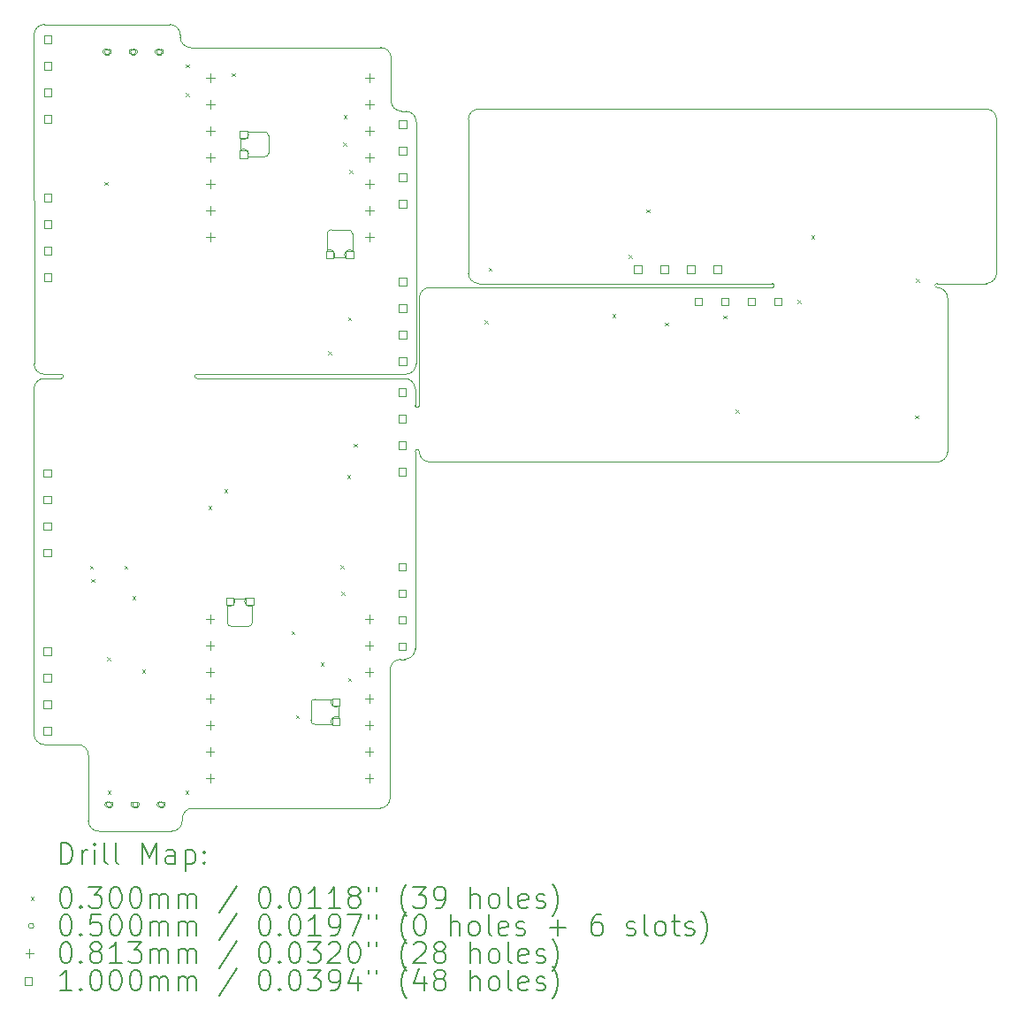
<source format=gbr>
%TF.GenerationSoftware,KiCad,Pcbnew,9.0.0*%
%TF.CreationDate,2025-04-19T14:36:41+09:00*%
%TF.ProjectId,nofy_V2_E,6e6f6679-5f56-4325-9f45-2e6b69636164,rev?*%
%TF.SameCoordinates,Original*%
%TF.FileFunction,Drillmap*%
%TF.FilePolarity,Positive*%
%FSLAX45Y45*%
G04 Gerber Fmt 4.5, Leading zero omitted, Abs format (unit mm)*
G04 Created by KiCad (PCBNEW 9.0.0) date 2025-04-19 14:36:41*
%MOMM*%
%LPD*%
G01*
G04 APERTURE LIST*
%ADD10C,0.050000*%
%ADD11C,0.120000*%
%ADD12C,0.200000*%
%ADD13C,0.100000*%
G04 APERTURE END LIST*
D10*
X1959550Y-1830300D02*
X3159550Y-1830300D01*
X1959908Y-5180300D02*
X2119550Y-5180300D01*
X5509550Y-5920300D02*
G75*
G02*
X5549550Y-5920300I20000J0D01*
G01*
X5549550Y-5480300D02*
X5549550Y-4450300D01*
X3419550Y-5220300D02*
X5409550Y-5220300D01*
X6019550Y-2740300D02*
G75*
G02*
X6119550Y-2640300I100000J0D01*
G01*
X1859550Y-1930300D02*
G75*
G02*
X1959550Y-1830300I100000J0D01*
G01*
X8929550Y-4310300D02*
G75*
G02*
X8929550Y-4350300I0J-20000D01*
G01*
X3279550Y-9455300D02*
G75*
G02*
X3179550Y-9555300I-100000J0D01*
G01*
X3419550Y-5220300D02*
G75*
G02*
X3419550Y-5180300I0J20000D01*
G01*
X5649550Y-4350300D02*
X8929550Y-4350300D01*
X10609550Y-5920300D02*
X10609550Y-4450300D01*
X6119550Y-4310300D02*
X8929550Y-4310300D01*
X1959550Y-5220300D02*
X2119550Y-5220300D01*
X5279905Y-2151721D02*
X5279905Y-2561011D01*
X2379550Y-9455300D02*
X2379550Y-8825300D01*
X6019550Y-2740300D02*
X6019550Y-4210300D01*
X1859550Y-5320300D02*
G75*
G02*
X1959550Y-5220300I100000J0D01*
G01*
X10979550Y-2640300D02*
G75*
G02*
X11079550Y-2740300I0J-100000D01*
G01*
X11079550Y-4210300D02*
G75*
G02*
X10979550Y-4310300I-100000J0D01*
G01*
X10509550Y-6020300D02*
X5649550Y-6020300D01*
X10509550Y-4310300D02*
X10979550Y-4310300D01*
X5379905Y-2661011D02*
X5419905Y-2661011D01*
X5549550Y-5480300D02*
G75*
G02*
X5509550Y-5480300I-20000J0D01*
G01*
X5510410Y-7808710D02*
G75*
G02*
X5410410Y-7908710I-100000J0D01*
G01*
X6119550Y-2640300D02*
X10979550Y-2640301D01*
X5419905Y-2661011D02*
G75*
G02*
X5519909Y-2761011I5J-99999D01*
G01*
X6119550Y-4310300D02*
G75*
G02*
X6019550Y-4210300I0J100000D01*
G01*
X5509550Y-5320300D02*
X5509550Y-5480300D01*
X5519195Y-5080300D02*
G75*
G02*
X5419195Y-5180305I-100005J0D01*
G01*
X3279550Y-9455300D02*
X3279550Y-9435300D01*
X3159550Y-1830300D02*
G75*
G02*
X3259550Y-1930300I0J-100000D01*
G01*
X5179905Y-2051721D02*
G75*
G02*
X5279909Y-2151721I5J-99999D01*
G01*
X5370410Y-7908710D02*
X5410410Y-7908710D01*
X3179550Y-9555300D02*
X2479550Y-9555300D01*
X5409550Y-5220300D02*
G75*
G02*
X5509550Y-5320300I0J-100000D01*
G01*
X5519905Y-2761011D02*
X5519195Y-5080300D01*
X5509550Y-5920300D02*
X5510410Y-7808710D01*
X3359550Y-2051011D02*
X5180260Y-2051011D01*
X5270410Y-9235300D02*
G75*
G02*
X5170410Y-9335300I-100000J0D01*
G01*
X1859910Y-5080300D02*
X1859550Y-1930300D01*
X2279550Y-8725300D02*
G75*
G02*
X2379550Y-8825300I0J-100000D01*
G01*
X10509550Y-4350300D02*
G75*
G02*
X10509550Y-4310300I10J20000D01*
G01*
X1859550Y-8625300D02*
X1859550Y-5320300D01*
X2119550Y-5180300D02*
G75*
G02*
X2119550Y-5220300I0J-20000D01*
G01*
X5270410Y-8008710D02*
G75*
G02*
X5370410Y-7908710I100000J0D01*
G01*
X5549550Y-4450300D02*
G75*
G02*
X5649550Y-4350300I100000J0D01*
G01*
X11079550Y-2740300D02*
X11079550Y-4210300D01*
X5379905Y-2661011D02*
G75*
G02*
X5279909Y-2561011I5J100001D01*
G01*
X3359550Y-2051011D02*
G75*
G02*
X3259549Y-1951011I0J100001D01*
G01*
X3379550Y-9335300D02*
X5170410Y-9335300D01*
X3279550Y-9435300D02*
G75*
G02*
X3379550Y-9335300I100000J0D01*
G01*
X10509550Y-4350300D02*
G75*
G02*
X10609550Y-4450300I0J-100000D01*
G01*
X5419195Y-5180300D02*
X3419550Y-5180300D01*
X10609550Y-5920300D02*
G75*
G02*
X10509550Y-6020300I-100000J0D01*
G01*
X3259550Y-1951011D02*
X3259550Y-1930300D01*
X2479550Y-9555300D02*
G75*
G02*
X2379550Y-9455300I0J100000D01*
G01*
X1959550Y-8725300D02*
G75*
G02*
X1859550Y-8625300I0J100000D01*
G01*
X5270410Y-8008710D02*
X5270410Y-9235300D01*
X2279550Y-8725300D02*
X1959550Y-8725300D01*
X1959905Y-5180300D02*
G75*
G02*
X1859910Y-5080300I5J100000D01*
G01*
X5649550Y-6020300D02*
G75*
G02*
X5549550Y-5920300I0J100000D01*
G01*
D11*
X3839135Y-3030355D02*
X3839135Y-2926215D01*
X3907715Y-2857635D02*
X4067735Y-2857635D01*
X4067735Y-3098935D02*
X3907715Y-3098935D01*
X4105835Y-2895735D02*
X4105835Y-3060835D01*
X4667135Y-3994605D02*
X4667135Y-3834585D01*
X4705235Y-3796485D02*
X4870335Y-3796485D01*
X4839855Y-4063185D02*
X4735715Y-4063185D01*
X4908435Y-3834585D02*
X4908435Y-3994605D01*
X3839135Y-3030355D02*
G75*
G02*
X3907715Y-3098935I24775J-43805D01*
G01*
X3907715Y-2857635D02*
G75*
G02*
X3839135Y-2926215I-43805J-24775D01*
G01*
X4067735Y-2857635D02*
G75*
G02*
X4105835Y-2895735I1J-38099D01*
G01*
X4105835Y-3060835D02*
G75*
G02*
X4067735Y-3098935I-38100J0D01*
G01*
X4667135Y-3834585D02*
G75*
G02*
X4705235Y-3796486I38099J0D01*
G01*
X4667135Y-3994605D02*
G75*
G02*
X4735715Y-4063185I24775J-43805D01*
G01*
X4839855Y-4063185D02*
G75*
G02*
X4908435Y-3994605I43805J24775D01*
G01*
X4870335Y-3796485D02*
G75*
G02*
X4908435Y-3834585I0J-38100D01*
G01*
X3709525Y-7555625D02*
X3709525Y-7395605D01*
X3778105Y-7327025D02*
X3882245Y-7327025D01*
X3912725Y-7593725D02*
X3747625Y-7593725D01*
X3950825Y-7395605D02*
X3950825Y-7555625D01*
X4512125Y-8494475D02*
X4512125Y-8329375D01*
X4550225Y-8291275D02*
X4710245Y-8291275D01*
X4710245Y-8532575D02*
X4550225Y-8532575D01*
X4778825Y-8359855D02*
X4778825Y-8463995D01*
X3747625Y-7593725D02*
G75*
G02*
X3709525Y-7555625I0J38100D01*
G01*
X3778105Y-7327025D02*
G75*
G02*
X3709525Y-7395605I-43805J-24775D01*
G01*
X3950825Y-7395605D02*
G75*
G02*
X3882245Y-7327025I-24775J43805D01*
G01*
X3950825Y-7555625D02*
G75*
G02*
X3912725Y-7593724I-38099J0D01*
G01*
X4512125Y-8329375D02*
G75*
G02*
X4550225Y-8291275I38100J0D01*
G01*
X4550225Y-8532575D02*
G75*
G02*
X4512125Y-8494475I-1J38099D01*
G01*
X4710245Y-8532575D02*
G75*
G02*
X4778825Y-8463995I43805J24775D01*
G01*
X4778825Y-8359855D02*
G75*
G02*
X4710245Y-8291275I-24775J43805D01*
G01*
D12*
D13*
X2394550Y-7011870D02*
X2424550Y-7041870D01*
X2424550Y-7011870D02*
X2394550Y-7041870D01*
X2409550Y-7140300D02*
X2439550Y-7170300D01*
X2439550Y-7140300D02*
X2409550Y-7170300D01*
X2535080Y-3339500D02*
X2565080Y-3369500D01*
X2565080Y-3339500D02*
X2535080Y-3369500D01*
X2558390Y-7890630D02*
X2588390Y-7920630D01*
X2588390Y-7890630D02*
X2558390Y-7920630D01*
X2563050Y-9165560D02*
X2593050Y-9195560D01*
X2593050Y-9165560D02*
X2563050Y-9195560D01*
X2724550Y-7011870D02*
X2754550Y-7041870D01*
X2754550Y-7011870D02*
X2724550Y-7041870D01*
X2799550Y-7305300D02*
X2829550Y-7335300D01*
X2829550Y-7305300D02*
X2799550Y-7335300D01*
X2895830Y-8009180D02*
X2925830Y-8039180D01*
X2925830Y-8009180D02*
X2895830Y-8039180D01*
X3308380Y-9165560D02*
X3338380Y-9195560D01*
X3338380Y-9165560D02*
X3308380Y-9195560D01*
X3315240Y-2212000D02*
X3345240Y-2242000D01*
X3345240Y-2212000D02*
X3315240Y-2242000D01*
X3315240Y-2487080D02*
X3345240Y-2517080D01*
X3345240Y-2487080D02*
X3315240Y-2517080D01*
X3531050Y-6440510D02*
X3561050Y-6470510D01*
X3561050Y-6440510D02*
X3531050Y-6470510D01*
X3682410Y-6282430D02*
X3712410Y-6312430D01*
X3712410Y-6282430D02*
X3682410Y-6312430D01*
X3754550Y-2295300D02*
X3784550Y-2325300D01*
X3784550Y-2295300D02*
X3754550Y-2325300D01*
X4327130Y-7638280D02*
X4357130Y-7668280D01*
X4357130Y-7638280D02*
X4327130Y-7668280D01*
X4369550Y-8445300D02*
X4399550Y-8475300D01*
X4399550Y-8445300D02*
X4369550Y-8475300D01*
X4605940Y-7941690D02*
X4635940Y-7971690D01*
X4635940Y-7941690D02*
X4605940Y-7971690D01*
X4678450Y-4959660D02*
X4708450Y-4989660D01*
X4708450Y-4959660D02*
X4678450Y-4989660D01*
X4794550Y-7007800D02*
X4824550Y-7037800D01*
X4824550Y-7007800D02*
X4794550Y-7037800D01*
X4804250Y-7262440D02*
X4834250Y-7292440D01*
X4834250Y-7262440D02*
X4804250Y-7292440D01*
X4822900Y-2962990D02*
X4852900Y-2992990D01*
X4852900Y-2962990D02*
X4822900Y-2992990D01*
X4824550Y-2700300D02*
X4854550Y-2730300D01*
X4854550Y-2700300D02*
X4824550Y-2730300D01*
X4860180Y-6144340D02*
X4890180Y-6174340D01*
X4890180Y-6144340D02*
X4860180Y-6174340D01*
X4866137Y-8088490D02*
X4896137Y-8118490D01*
X4896137Y-8088490D02*
X4866137Y-8118490D01*
X4866410Y-4635000D02*
X4896410Y-4665000D01*
X4896410Y-4635000D02*
X4866410Y-4665000D01*
X4878800Y-3224240D02*
X4908800Y-3254240D01*
X4908800Y-3224240D02*
X4878800Y-3254240D01*
X4920600Y-5843910D02*
X4950600Y-5873910D01*
X4950600Y-5843910D02*
X4920600Y-5873910D01*
X6175000Y-4665750D02*
X6205000Y-4695750D01*
X6205000Y-4665750D02*
X6175000Y-4695750D01*
X6214550Y-4160300D02*
X6244550Y-4190300D01*
X6244550Y-4160300D02*
X6214550Y-4190300D01*
X7397870Y-4605750D02*
X7427870Y-4635750D01*
X7427870Y-4605750D02*
X7397870Y-4635750D01*
X7557310Y-4035300D02*
X7587310Y-4065300D01*
X7587310Y-4035300D02*
X7557310Y-4065300D01*
X7725820Y-3601600D02*
X7755820Y-3631600D01*
X7755820Y-3601600D02*
X7725820Y-3631600D01*
X7904720Y-4683440D02*
X7934720Y-4713440D01*
X7934720Y-4683440D02*
X7904720Y-4713440D01*
X8463550Y-4618100D02*
X8493550Y-4648100D01*
X8493550Y-4618100D02*
X8463550Y-4648100D01*
X8577880Y-5520300D02*
X8607880Y-5550300D01*
X8607880Y-5520300D02*
X8577880Y-5550300D01*
X9171350Y-4470300D02*
X9201350Y-4500300D01*
X9201350Y-4470300D02*
X9171350Y-4500300D01*
X9304550Y-3850300D02*
X9334550Y-3880300D01*
X9334550Y-3850300D02*
X9304550Y-3880300D01*
X10296670Y-5573670D02*
X10326670Y-5603670D01*
X10326670Y-5573670D02*
X10296670Y-5603670D01*
X10306660Y-4266120D02*
X10336660Y-4296120D01*
X10336660Y-4266120D02*
X10306660Y-4296120D01*
X2584910Y-2092410D02*
G75*
G02*
X2534910Y-2092410I-25000J0D01*
G01*
X2534910Y-2092410D02*
G75*
G02*
X2584910Y-2092410I25000J0D01*
G01*
X2544910Y-2117410D02*
X2574910Y-2117410D01*
X2574910Y-2067410D02*
G75*
G02*
X2574910Y-2117410I0J-25000D01*
G01*
X2574910Y-2067410D02*
X2544910Y-2067410D01*
X2544910Y-2067410D02*
G75*
G03*
X2544910Y-2117410I0J-25000D01*
G01*
X2603050Y-9299800D02*
G75*
G02*
X2553050Y-9299800I-25000J0D01*
G01*
X2553050Y-9299800D02*
G75*
G02*
X2603050Y-9299800I25000J0D01*
G01*
X2593050Y-9274800D02*
X2563050Y-9274800D01*
X2563050Y-9324800D02*
G75*
G02*
X2563050Y-9274800I0J25000D01*
G01*
X2563050Y-9324800D02*
X2593050Y-9324800D01*
X2593050Y-9324800D02*
G75*
G03*
X2593050Y-9274800I0J25000D01*
G01*
X2834910Y-2092410D02*
G75*
G02*
X2784910Y-2092410I-25000J0D01*
G01*
X2784910Y-2092410D02*
G75*
G02*
X2834910Y-2092410I25000J0D01*
G01*
X2794910Y-2117410D02*
X2824910Y-2117410D01*
X2824910Y-2067410D02*
G75*
G02*
X2824910Y-2117410I0J-25000D01*
G01*
X2824910Y-2067410D02*
X2794910Y-2067410D01*
X2794910Y-2067410D02*
G75*
G03*
X2794910Y-2117410I0J-25000D01*
G01*
X2853050Y-9299800D02*
G75*
G02*
X2803050Y-9299800I-25000J0D01*
G01*
X2803050Y-9299800D02*
G75*
G02*
X2853050Y-9299800I25000J0D01*
G01*
X2843050Y-9274800D02*
X2813050Y-9274800D01*
X2813050Y-9324800D02*
G75*
G02*
X2813050Y-9274800I0J25000D01*
G01*
X2813050Y-9324800D02*
X2843050Y-9324800D01*
X2843050Y-9324800D02*
G75*
G03*
X2843050Y-9274800I0J25000D01*
G01*
X3084910Y-2092410D02*
G75*
G02*
X3034910Y-2092410I-25000J0D01*
G01*
X3034910Y-2092410D02*
G75*
G02*
X3084910Y-2092410I25000J0D01*
G01*
X3044910Y-2117410D02*
X3074910Y-2117410D01*
X3074910Y-2067410D02*
G75*
G02*
X3074910Y-2117410I0J-25000D01*
G01*
X3074910Y-2067410D02*
X3044910Y-2067410D01*
X3044910Y-2067410D02*
G75*
G03*
X3044910Y-2117410I0J-25000D01*
G01*
X3103050Y-9299800D02*
G75*
G02*
X3053050Y-9299800I-25000J0D01*
G01*
X3053050Y-9299800D02*
G75*
G02*
X3103050Y-9299800I25000J0D01*
G01*
X3093050Y-9274800D02*
X3063050Y-9274800D01*
X3063050Y-9324800D02*
G75*
G02*
X3063050Y-9274800I0J25000D01*
G01*
X3063050Y-9324800D02*
X3093050Y-9324800D01*
X3093050Y-9324800D02*
G75*
G03*
X3093050Y-9274800I0J25000D01*
G01*
X3546050Y-7482160D02*
X3546050Y-7563440D01*
X3505410Y-7522800D02*
X3586690Y-7522800D01*
X3546050Y-7736160D02*
X3546050Y-7817440D01*
X3505410Y-7776800D02*
X3586690Y-7776800D01*
X3546050Y-7990160D02*
X3546050Y-8071440D01*
X3505410Y-8030800D02*
X3586690Y-8030800D01*
X3546050Y-8244160D02*
X3546050Y-8325440D01*
X3505410Y-8284800D02*
X3586690Y-8284800D01*
X3546050Y-8498160D02*
X3546050Y-8579440D01*
X3505410Y-8538800D02*
X3586690Y-8538800D01*
X3546050Y-8752160D02*
X3546050Y-8833440D01*
X3505410Y-8792800D02*
X3586690Y-8792800D01*
X3546050Y-9006160D02*
X3546050Y-9087440D01*
X3505410Y-9046800D02*
X3586690Y-9046800D01*
X3547910Y-2302770D02*
X3547910Y-2384050D01*
X3507270Y-2343410D02*
X3588550Y-2343410D01*
X3547910Y-2556770D02*
X3547910Y-2638050D01*
X3507270Y-2597410D02*
X3588550Y-2597410D01*
X3547910Y-2810770D02*
X3547910Y-2892050D01*
X3507270Y-2851410D02*
X3588550Y-2851410D01*
X3547910Y-3064770D02*
X3547910Y-3146050D01*
X3507270Y-3105410D02*
X3588550Y-3105410D01*
X3547910Y-3318770D02*
X3547910Y-3400050D01*
X3507270Y-3359410D02*
X3588550Y-3359410D01*
X3547910Y-3572770D02*
X3547910Y-3654050D01*
X3507270Y-3613410D02*
X3588550Y-3613410D01*
X3547910Y-3826770D02*
X3547910Y-3908050D01*
X3507270Y-3867410D02*
X3588550Y-3867410D01*
X5070050Y-7482160D02*
X5070050Y-7563440D01*
X5029410Y-7522800D02*
X5110690Y-7522800D01*
X5070050Y-7736160D02*
X5070050Y-7817440D01*
X5029410Y-7776800D02*
X5110690Y-7776800D01*
X5070050Y-7990160D02*
X5070050Y-8071440D01*
X5029410Y-8030800D02*
X5110690Y-8030800D01*
X5070050Y-8244160D02*
X5070050Y-8325440D01*
X5029410Y-8284800D02*
X5110690Y-8284800D01*
X5070050Y-8498160D02*
X5070050Y-8579440D01*
X5029410Y-8538800D02*
X5110690Y-8538800D01*
X5070050Y-8752160D02*
X5070050Y-8833440D01*
X5029410Y-8792800D02*
X5110690Y-8792800D01*
X5070050Y-9006160D02*
X5070050Y-9087440D01*
X5029410Y-9046800D02*
X5110690Y-9046800D01*
X5071910Y-2302770D02*
X5071910Y-2384050D01*
X5031270Y-2343410D02*
X5112550Y-2343410D01*
X5071910Y-2556770D02*
X5071910Y-2638050D01*
X5031270Y-2597410D02*
X5112550Y-2597410D01*
X5071910Y-2810770D02*
X5071910Y-2892050D01*
X5031270Y-2851410D02*
X5112550Y-2851410D01*
X5071910Y-3064770D02*
X5071910Y-3146050D01*
X5031270Y-3105410D02*
X5112550Y-3105410D01*
X5071910Y-3318770D02*
X5071910Y-3400050D01*
X5031270Y-3359410D02*
X5112550Y-3359410D01*
X5071910Y-3572770D02*
X5071910Y-3654050D01*
X5031270Y-3613410D02*
X5112550Y-3613410D01*
X5071910Y-3826770D02*
X5071910Y-3908050D01*
X5031270Y-3867410D02*
X5112550Y-3867410D01*
X2023406Y-6162156D02*
X2023406Y-6091444D01*
X1952694Y-6091444D01*
X1952694Y-6162156D01*
X2023406Y-6162156D01*
X2023406Y-6416156D02*
X2023406Y-6345444D01*
X1952694Y-6345444D01*
X1952694Y-6416156D01*
X2023406Y-6416156D01*
X2023406Y-6670156D02*
X2023406Y-6599444D01*
X1952694Y-6599444D01*
X1952694Y-6670156D01*
X2023406Y-6670156D01*
X2023406Y-6924156D02*
X2023406Y-6853444D01*
X1952694Y-6853444D01*
X1952694Y-6924156D01*
X2023406Y-6924156D01*
X2023406Y-7868156D02*
X2023406Y-7797444D01*
X1952694Y-7797444D01*
X1952694Y-7868156D01*
X2023406Y-7868156D01*
X2023406Y-8122156D02*
X2023406Y-8051444D01*
X1952694Y-8051444D01*
X1952694Y-8122156D01*
X2023406Y-8122156D01*
X2023406Y-8376156D02*
X2023406Y-8305444D01*
X1952694Y-8305444D01*
X1952694Y-8376156D01*
X2023406Y-8376156D01*
X2023406Y-8630156D02*
X2023406Y-8559444D01*
X1952694Y-8559444D01*
X1952694Y-8630156D01*
X2023406Y-8630156D01*
X2025266Y-2008766D02*
X2025266Y-1938054D01*
X1954554Y-1938054D01*
X1954554Y-2008766D01*
X2025266Y-2008766D01*
X2025266Y-2262766D02*
X2025266Y-2192054D01*
X1954554Y-2192054D01*
X1954554Y-2262766D01*
X2025266Y-2262766D01*
X2025266Y-2516766D02*
X2025266Y-2446054D01*
X1954554Y-2446054D01*
X1954554Y-2516766D01*
X2025266Y-2516766D01*
X2025266Y-2770766D02*
X2025266Y-2700054D01*
X1954554Y-2700054D01*
X1954554Y-2770766D01*
X2025266Y-2770766D01*
X2025266Y-3523266D02*
X2025266Y-3452554D01*
X1954554Y-3452554D01*
X1954554Y-3523266D01*
X2025266Y-3523266D01*
X2025266Y-3777266D02*
X2025266Y-3706554D01*
X1954554Y-3706554D01*
X1954554Y-3777266D01*
X2025266Y-3777266D01*
X2025266Y-4031266D02*
X2025266Y-3960554D01*
X1954554Y-3960554D01*
X1954554Y-4031266D01*
X2025266Y-4031266D01*
X2025266Y-4285266D02*
X2025266Y-4214554D01*
X1954554Y-4214554D01*
X1954554Y-4285266D01*
X2025266Y-4285266D01*
X3771906Y-7388956D02*
X3771906Y-7318244D01*
X3701194Y-7318244D01*
X3701194Y-7388956D01*
X3771906Y-7388956D01*
X3900766Y-2918566D02*
X3900766Y-2847854D01*
X3830054Y-2847854D01*
X3830054Y-2918566D01*
X3900766Y-2918566D01*
X3900766Y-3109066D02*
X3900766Y-3038354D01*
X3830054Y-3038354D01*
X3830054Y-3109066D01*
X3900766Y-3109066D01*
X3959866Y-7388956D02*
X3959866Y-7318244D01*
X3889154Y-7318244D01*
X3889154Y-7388956D01*
X3959866Y-7388956D01*
X4728806Y-4071966D02*
X4728806Y-4001254D01*
X4658094Y-4001254D01*
X4658094Y-4071966D01*
X4728806Y-4071966D01*
X4787906Y-8351856D02*
X4787906Y-8281144D01*
X4717194Y-8281144D01*
X4717194Y-8351856D01*
X4787906Y-8351856D01*
X4787906Y-8542356D02*
X4787906Y-8471644D01*
X4717194Y-8471644D01*
X4717194Y-8542356D01*
X4787906Y-8542356D01*
X4916766Y-4071966D02*
X4916766Y-4001254D01*
X4846054Y-4001254D01*
X4846054Y-4071966D01*
X4916766Y-4071966D01*
X5423406Y-5388156D02*
X5423406Y-5317444D01*
X5352694Y-5317444D01*
X5352694Y-5388156D01*
X5423406Y-5388156D01*
X5423406Y-5642156D02*
X5423406Y-5571444D01*
X5352694Y-5571444D01*
X5352694Y-5642156D01*
X5423406Y-5642156D01*
X5423406Y-5896156D02*
X5423406Y-5825444D01*
X5352694Y-5825444D01*
X5352694Y-5896156D01*
X5423406Y-5896156D01*
X5423406Y-6150156D02*
X5423406Y-6079444D01*
X5352694Y-6079444D01*
X5352694Y-6150156D01*
X5423406Y-6150156D01*
X5423406Y-7058156D02*
X5423406Y-6987444D01*
X5352694Y-6987444D01*
X5352694Y-7058156D01*
X5423406Y-7058156D01*
X5423406Y-7312156D02*
X5423406Y-7241444D01*
X5352694Y-7241444D01*
X5352694Y-7312156D01*
X5423406Y-7312156D01*
X5423406Y-7566156D02*
X5423406Y-7495444D01*
X5352694Y-7495444D01*
X5352694Y-7566156D01*
X5423406Y-7566156D01*
X5423406Y-7820156D02*
X5423406Y-7749444D01*
X5352694Y-7749444D01*
X5352694Y-7820156D01*
X5423406Y-7820156D01*
X5425266Y-2822766D02*
X5425266Y-2752054D01*
X5354554Y-2752054D01*
X5354554Y-2822766D01*
X5425266Y-2822766D01*
X5425266Y-3076766D02*
X5425266Y-3006054D01*
X5354554Y-3006054D01*
X5354554Y-3076766D01*
X5425266Y-3076766D01*
X5425266Y-3330766D02*
X5425266Y-3260054D01*
X5354554Y-3260054D01*
X5354554Y-3330766D01*
X5425266Y-3330766D01*
X5425266Y-3584766D02*
X5425266Y-3514054D01*
X5354554Y-3514054D01*
X5354554Y-3584766D01*
X5425266Y-3584766D01*
X5425266Y-4328766D02*
X5425266Y-4258054D01*
X5354554Y-4258054D01*
X5354554Y-4328766D01*
X5425266Y-4328766D01*
X5425266Y-4582766D02*
X5425266Y-4512054D01*
X5354554Y-4512054D01*
X5354554Y-4582766D01*
X5425266Y-4582766D01*
X5425266Y-4836766D02*
X5425266Y-4766054D01*
X5354554Y-4766054D01*
X5354554Y-4836766D01*
X5425266Y-4836766D01*
X5425266Y-5090766D02*
X5425266Y-5020054D01*
X5354554Y-5020054D01*
X5354554Y-5090766D01*
X5425266Y-5090766D01*
X7677906Y-4210656D02*
X7677906Y-4139944D01*
X7607194Y-4139944D01*
X7607194Y-4210656D01*
X7677906Y-4210656D01*
X7931906Y-4210656D02*
X7931906Y-4139944D01*
X7861194Y-4139944D01*
X7861194Y-4210656D01*
X7931906Y-4210656D01*
X8185906Y-4210656D02*
X8185906Y-4139944D01*
X8115194Y-4139944D01*
X8115194Y-4210656D01*
X8185906Y-4210656D01*
X8259906Y-4520656D02*
X8259906Y-4449944D01*
X8189194Y-4449944D01*
X8189194Y-4520656D01*
X8259906Y-4520656D01*
X8439906Y-4210656D02*
X8439906Y-4139944D01*
X8369194Y-4139944D01*
X8369194Y-4210656D01*
X8439906Y-4210656D01*
X8513906Y-4520656D02*
X8513906Y-4449944D01*
X8443194Y-4449944D01*
X8443194Y-4520656D01*
X8513906Y-4520656D01*
X8767906Y-4520656D02*
X8767906Y-4449944D01*
X8697194Y-4449944D01*
X8697194Y-4520656D01*
X8767906Y-4520656D01*
X9021906Y-4520656D02*
X9021906Y-4449944D01*
X8951194Y-4449944D01*
X8951194Y-4520656D01*
X9021906Y-4520656D01*
D12*
X2117827Y-9869284D02*
X2117827Y-9669284D01*
X2117827Y-9669284D02*
X2165446Y-9669284D01*
X2165446Y-9669284D02*
X2194017Y-9678808D01*
X2194017Y-9678808D02*
X2213065Y-9697855D01*
X2213065Y-9697855D02*
X2222589Y-9716903D01*
X2222589Y-9716903D02*
X2232113Y-9754998D01*
X2232113Y-9754998D02*
X2232113Y-9783570D01*
X2232113Y-9783570D02*
X2222589Y-9821665D01*
X2222589Y-9821665D02*
X2213065Y-9840712D01*
X2213065Y-9840712D02*
X2194017Y-9859760D01*
X2194017Y-9859760D02*
X2165446Y-9869284D01*
X2165446Y-9869284D02*
X2117827Y-9869284D01*
X2317827Y-9869284D02*
X2317827Y-9735950D01*
X2317827Y-9774046D02*
X2327351Y-9754998D01*
X2327351Y-9754998D02*
X2336874Y-9745474D01*
X2336874Y-9745474D02*
X2355922Y-9735950D01*
X2355922Y-9735950D02*
X2374970Y-9735950D01*
X2441636Y-9869284D02*
X2441636Y-9735950D01*
X2441636Y-9669284D02*
X2432113Y-9678808D01*
X2432113Y-9678808D02*
X2441636Y-9688331D01*
X2441636Y-9688331D02*
X2451160Y-9678808D01*
X2451160Y-9678808D02*
X2441636Y-9669284D01*
X2441636Y-9669284D02*
X2441636Y-9688331D01*
X2565446Y-9869284D02*
X2546398Y-9859760D01*
X2546398Y-9859760D02*
X2536874Y-9840712D01*
X2536874Y-9840712D02*
X2536874Y-9669284D01*
X2670208Y-9869284D02*
X2651160Y-9859760D01*
X2651160Y-9859760D02*
X2641636Y-9840712D01*
X2641636Y-9840712D02*
X2641636Y-9669284D01*
X2898779Y-9869284D02*
X2898779Y-9669284D01*
X2898779Y-9669284D02*
X2965446Y-9812141D01*
X2965446Y-9812141D02*
X3032112Y-9669284D01*
X3032112Y-9669284D02*
X3032112Y-9869284D01*
X3213065Y-9869284D02*
X3213065Y-9764522D01*
X3213065Y-9764522D02*
X3203541Y-9745474D01*
X3203541Y-9745474D02*
X3184493Y-9735950D01*
X3184493Y-9735950D02*
X3146398Y-9735950D01*
X3146398Y-9735950D02*
X3127351Y-9745474D01*
X3213065Y-9859760D02*
X3194017Y-9869284D01*
X3194017Y-9869284D02*
X3146398Y-9869284D01*
X3146398Y-9869284D02*
X3127351Y-9859760D01*
X3127351Y-9859760D02*
X3117827Y-9840712D01*
X3117827Y-9840712D02*
X3117827Y-9821665D01*
X3117827Y-9821665D02*
X3127351Y-9802617D01*
X3127351Y-9802617D02*
X3146398Y-9793093D01*
X3146398Y-9793093D02*
X3194017Y-9793093D01*
X3194017Y-9793093D02*
X3213065Y-9783570D01*
X3308303Y-9735950D02*
X3308303Y-9935950D01*
X3308303Y-9745474D02*
X3327351Y-9735950D01*
X3327351Y-9735950D02*
X3365446Y-9735950D01*
X3365446Y-9735950D02*
X3384493Y-9745474D01*
X3384493Y-9745474D02*
X3394017Y-9754998D01*
X3394017Y-9754998D02*
X3403541Y-9774046D01*
X3403541Y-9774046D02*
X3403541Y-9831189D01*
X3403541Y-9831189D02*
X3394017Y-9850236D01*
X3394017Y-9850236D02*
X3384493Y-9859760D01*
X3384493Y-9859760D02*
X3365446Y-9869284D01*
X3365446Y-9869284D02*
X3327351Y-9869284D01*
X3327351Y-9869284D02*
X3308303Y-9859760D01*
X3489255Y-9850236D02*
X3498779Y-9859760D01*
X3498779Y-9859760D02*
X3489255Y-9869284D01*
X3489255Y-9869284D02*
X3479732Y-9859760D01*
X3479732Y-9859760D02*
X3489255Y-9850236D01*
X3489255Y-9850236D02*
X3489255Y-9869284D01*
X3489255Y-9745474D02*
X3498779Y-9754998D01*
X3498779Y-9754998D02*
X3489255Y-9764522D01*
X3489255Y-9764522D02*
X3479732Y-9754998D01*
X3479732Y-9754998D02*
X3489255Y-9745474D01*
X3489255Y-9745474D02*
X3489255Y-9764522D01*
D13*
X1827050Y-10182800D02*
X1857050Y-10212800D01*
X1857050Y-10182800D02*
X1827050Y-10212800D01*
D12*
X2155922Y-10089284D02*
X2174970Y-10089284D01*
X2174970Y-10089284D02*
X2194017Y-10098808D01*
X2194017Y-10098808D02*
X2203541Y-10108331D01*
X2203541Y-10108331D02*
X2213065Y-10127379D01*
X2213065Y-10127379D02*
X2222589Y-10165474D01*
X2222589Y-10165474D02*
X2222589Y-10213093D01*
X2222589Y-10213093D02*
X2213065Y-10251189D01*
X2213065Y-10251189D02*
X2203541Y-10270236D01*
X2203541Y-10270236D02*
X2194017Y-10279760D01*
X2194017Y-10279760D02*
X2174970Y-10289284D01*
X2174970Y-10289284D02*
X2155922Y-10289284D01*
X2155922Y-10289284D02*
X2136874Y-10279760D01*
X2136874Y-10279760D02*
X2127351Y-10270236D01*
X2127351Y-10270236D02*
X2117827Y-10251189D01*
X2117827Y-10251189D02*
X2108303Y-10213093D01*
X2108303Y-10213093D02*
X2108303Y-10165474D01*
X2108303Y-10165474D02*
X2117827Y-10127379D01*
X2117827Y-10127379D02*
X2127351Y-10108331D01*
X2127351Y-10108331D02*
X2136874Y-10098808D01*
X2136874Y-10098808D02*
X2155922Y-10089284D01*
X2308303Y-10270236D02*
X2317827Y-10279760D01*
X2317827Y-10279760D02*
X2308303Y-10289284D01*
X2308303Y-10289284D02*
X2298779Y-10279760D01*
X2298779Y-10279760D02*
X2308303Y-10270236D01*
X2308303Y-10270236D02*
X2308303Y-10289284D01*
X2384494Y-10089284D02*
X2508303Y-10089284D01*
X2508303Y-10089284D02*
X2441636Y-10165474D01*
X2441636Y-10165474D02*
X2470208Y-10165474D01*
X2470208Y-10165474D02*
X2489255Y-10174998D01*
X2489255Y-10174998D02*
X2498779Y-10184522D01*
X2498779Y-10184522D02*
X2508303Y-10203570D01*
X2508303Y-10203570D02*
X2508303Y-10251189D01*
X2508303Y-10251189D02*
X2498779Y-10270236D01*
X2498779Y-10270236D02*
X2489255Y-10279760D01*
X2489255Y-10279760D02*
X2470208Y-10289284D01*
X2470208Y-10289284D02*
X2413065Y-10289284D01*
X2413065Y-10289284D02*
X2394017Y-10279760D01*
X2394017Y-10279760D02*
X2384494Y-10270236D01*
X2632113Y-10089284D02*
X2651160Y-10089284D01*
X2651160Y-10089284D02*
X2670208Y-10098808D01*
X2670208Y-10098808D02*
X2679732Y-10108331D01*
X2679732Y-10108331D02*
X2689255Y-10127379D01*
X2689255Y-10127379D02*
X2698779Y-10165474D01*
X2698779Y-10165474D02*
X2698779Y-10213093D01*
X2698779Y-10213093D02*
X2689255Y-10251189D01*
X2689255Y-10251189D02*
X2679732Y-10270236D01*
X2679732Y-10270236D02*
X2670208Y-10279760D01*
X2670208Y-10279760D02*
X2651160Y-10289284D01*
X2651160Y-10289284D02*
X2632113Y-10289284D01*
X2632113Y-10289284D02*
X2613065Y-10279760D01*
X2613065Y-10279760D02*
X2603541Y-10270236D01*
X2603541Y-10270236D02*
X2594017Y-10251189D01*
X2594017Y-10251189D02*
X2584494Y-10213093D01*
X2584494Y-10213093D02*
X2584494Y-10165474D01*
X2584494Y-10165474D02*
X2594017Y-10127379D01*
X2594017Y-10127379D02*
X2603541Y-10108331D01*
X2603541Y-10108331D02*
X2613065Y-10098808D01*
X2613065Y-10098808D02*
X2632113Y-10089284D01*
X2822589Y-10089284D02*
X2841636Y-10089284D01*
X2841636Y-10089284D02*
X2860684Y-10098808D01*
X2860684Y-10098808D02*
X2870208Y-10108331D01*
X2870208Y-10108331D02*
X2879732Y-10127379D01*
X2879732Y-10127379D02*
X2889255Y-10165474D01*
X2889255Y-10165474D02*
X2889255Y-10213093D01*
X2889255Y-10213093D02*
X2879732Y-10251189D01*
X2879732Y-10251189D02*
X2870208Y-10270236D01*
X2870208Y-10270236D02*
X2860684Y-10279760D01*
X2860684Y-10279760D02*
X2841636Y-10289284D01*
X2841636Y-10289284D02*
X2822589Y-10289284D01*
X2822589Y-10289284D02*
X2803541Y-10279760D01*
X2803541Y-10279760D02*
X2794017Y-10270236D01*
X2794017Y-10270236D02*
X2784494Y-10251189D01*
X2784494Y-10251189D02*
X2774970Y-10213093D01*
X2774970Y-10213093D02*
X2774970Y-10165474D01*
X2774970Y-10165474D02*
X2784494Y-10127379D01*
X2784494Y-10127379D02*
X2794017Y-10108331D01*
X2794017Y-10108331D02*
X2803541Y-10098808D01*
X2803541Y-10098808D02*
X2822589Y-10089284D01*
X2974970Y-10289284D02*
X2974970Y-10155950D01*
X2974970Y-10174998D02*
X2984493Y-10165474D01*
X2984493Y-10165474D02*
X3003541Y-10155950D01*
X3003541Y-10155950D02*
X3032113Y-10155950D01*
X3032113Y-10155950D02*
X3051160Y-10165474D01*
X3051160Y-10165474D02*
X3060684Y-10184522D01*
X3060684Y-10184522D02*
X3060684Y-10289284D01*
X3060684Y-10184522D02*
X3070208Y-10165474D01*
X3070208Y-10165474D02*
X3089255Y-10155950D01*
X3089255Y-10155950D02*
X3117827Y-10155950D01*
X3117827Y-10155950D02*
X3136874Y-10165474D01*
X3136874Y-10165474D02*
X3146398Y-10184522D01*
X3146398Y-10184522D02*
X3146398Y-10289284D01*
X3241636Y-10289284D02*
X3241636Y-10155950D01*
X3241636Y-10174998D02*
X3251160Y-10165474D01*
X3251160Y-10165474D02*
X3270208Y-10155950D01*
X3270208Y-10155950D02*
X3298779Y-10155950D01*
X3298779Y-10155950D02*
X3317827Y-10165474D01*
X3317827Y-10165474D02*
X3327351Y-10184522D01*
X3327351Y-10184522D02*
X3327351Y-10289284D01*
X3327351Y-10184522D02*
X3336874Y-10165474D01*
X3336874Y-10165474D02*
X3355922Y-10155950D01*
X3355922Y-10155950D02*
X3384493Y-10155950D01*
X3384493Y-10155950D02*
X3403541Y-10165474D01*
X3403541Y-10165474D02*
X3413065Y-10184522D01*
X3413065Y-10184522D02*
X3413065Y-10289284D01*
X3803541Y-10079760D02*
X3632113Y-10336903D01*
X4060684Y-10089284D02*
X4079732Y-10089284D01*
X4079732Y-10089284D02*
X4098779Y-10098808D01*
X4098779Y-10098808D02*
X4108303Y-10108331D01*
X4108303Y-10108331D02*
X4117827Y-10127379D01*
X4117827Y-10127379D02*
X4127351Y-10165474D01*
X4127351Y-10165474D02*
X4127351Y-10213093D01*
X4127351Y-10213093D02*
X4117827Y-10251189D01*
X4117827Y-10251189D02*
X4108303Y-10270236D01*
X4108303Y-10270236D02*
X4098779Y-10279760D01*
X4098779Y-10279760D02*
X4079732Y-10289284D01*
X4079732Y-10289284D02*
X4060684Y-10289284D01*
X4060684Y-10289284D02*
X4041636Y-10279760D01*
X4041636Y-10279760D02*
X4032113Y-10270236D01*
X4032113Y-10270236D02*
X4022589Y-10251189D01*
X4022589Y-10251189D02*
X4013065Y-10213093D01*
X4013065Y-10213093D02*
X4013065Y-10165474D01*
X4013065Y-10165474D02*
X4022589Y-10127379D01*
X4022589Y-10127379D02*
X4032113Y-10108331D01*
X4032113Y-10108331D02*
X4041636Y-10098808D01*
X4041636Y-10098808D02*
X4060684Y-10089284D01*
X4213065Y-10270236D02*
X4222589Y-10279760D01*
X4222589Y-10279760D02*
X4213065Y-10289284D01*
X4213065Y-10289284D02*
X4203541Y-10279760D01*
X4203541Y-10279760D02*
X4213065Y-10270236D01*
X4213065Y-10270236D02*
X4213065Y-10289284D01*
X4346398Y-10089284D02*
X4365446Y-10089284D01*
X4365446Y-10089284D02*
X4384494Y-10098808D01*
X4384494Y-10098808D02*
X4394018Y-10108331D01*
X4394018Y-10108331D02*
X4403541Y-10127379D01*
X4403541Y-10127379D02*
X4413065Y-10165474D01*
X4413065Y-10165474D02*
X4413065Y-10213093D01*
X4413065Y-10213093D02*
X4403541Y-10251189D01*
X4403541Y-10251189D02*
X4394018Y-10270236D01*
X4394018Y-10270236D02*
X4384494Y-10279760D01*
X4384494Y-10279760D02*
X4365446Y-10289284D01*
X4365446Y-10289284D02*
X4346398Y-10289284D01*
X4346398Y-10289284D02*
X4327351Y-10279760D01*
X4327351Y-10279760D02*
X4317827Y-10270236D01*
X4317827Y-10270236D02*
X4308303Y-10251189D01*
X4308303Y-10251189D02*
X4298779Y-10213093D01*
X4298779Y-10213093D02*
X4298779Y-10165474D01*
X4298779Y-10165474D02*
X4308303Y-10127379D01*
X4308303Y-10127379D02*
X4317827Y-10108331D01*
X4317827Y-10108331D02*
X4327351Y-10098808D01*
X4327351Y-10098808D02*
X4346398Y-10089284D01*
X4603541Y-10289284D02*
X4489256Y-10289284D01*
X4546398Y-10289284D02*
X4546398Y-10089284D01*
X4546398Y-10089284D02*
X4527351Y-10117855D01*
X4527351Y-10117855D02*
X4508303Y-10136903D01*
X4508303Y-10136903D02*
X4489256Y-10146427D01*
X4794018Y-10289284D02*
X4679732Y-10289284D01*
X4736875Y-10289284D02*
X4736875Y-10089284D01*
X4736875Y-10089284D02*
X4717827Y-10117855D01*
X4717827Y-10117855D02*
X4698779Y-10136903D01*
X4698779Y-10136903D02*
X4679732Y-10146427D01*
X4908303Y-10174998D02*
X4889256Y-10165474D01*
X4889256Y-10165474D02*
X4879732Y-10155950D01*
X4879732Y-10155950D02*
X4870208Y-10136903D01*
X4870208Y-10136903D02*
X4870208Y-10127379D01*
X4870208Y-10127379D02*
X4879732Y-10108331D01*
X4879732Y-10108331D02*
X4889256Y-10098808D01*
X4889256Y-10098808D02*
X4908303Y-10089284D01*
X4908303Y-10089284D02*
X4946399Y-10089284D01*
X4946399Y-10089284D02*
X4965446Y-10098808D01*
X4965446Y-10098808D02*
X4974970Y-10108331D01*
X4974970Y-10108331D02*
X4984494Y-10127379D01*
X4984494Y-10127379D02*
X4984494Y-10136903D01*
X4984494Y-10136903D02*
X4974970Y-10155950D01*
X4974970Y-10155950D02*
X4965446Y-10165474D01*
X4965446Y-10165474D02*
X4946399Y-10174998D01*
X4946399Y-10174998D02*
X4908303Y-10174998D01*
X4908303Y-10174998D02*
X4889256Y-10184522D01*
X4889256Y-10184522D02*
X4879732Y-10194046D01*
X4879732Y-10194046D02*
X4870208Y-10213093D01*
X4870208Y-10213093D02*
X4870208Y-10251189D01*
X4870208Y-10251189D02*
X4879732Y-10270236D01*
X4879732Y-10270236D02*
X4889256Y-10279760D01*
X4889256Y-10279760D02*
X4908303Y-10289284D01*
X4908303Y-10289284D02*
X4946399Y-10289284D01*
X4946399Y-10289284D02*
X4965446Y-10279760D01*
X4965446Y-10279760D02*
X4974970Y-10270236D01*
X4974970Y-10270236D02*
X4984494Y-10251189D01*
X4984494Y-10251189D02*
X4984494Y-10213093D01*
X4984494Y-10213093D02*
X4974970Y-10194046D01*
X4974970Y-10194046D02*
X4965446Y-10184522D01*
X4965446Y-10184522D02*
X4946399Y-10174998D01*
X5060684Y-10089284D02*
X5060684Y-10127379D01*
X5136875Y-10089284D02*
X5136875Y-10127379D01*
X5432113Y-10365474D02*
X5422589Y-10355950D01*
X5422589Y-10355950D02*
X5403541Y-10327379D01*
X5403541Y-10327379D02*
X5394018Y-10308331D01*
X5394018Y-10308331D02*
X5384494Y-10279760D01*
X5384494Y-10279760D02*
X5374970Y-10232141D01*
X5374970Y-10232141D02*
X5374970Y-10194046D01*
X5374970Y-10194046D02*
X5384494Y-10146427D01*
X5384494Y-10146427D02*
X5394018Y-10117855D01*
X5394018Y-10117855D02*
X5403541Y-10098808D01*
X5403541Y-10098808D02*
X5422589Y-10070236D01*
X5422589Y-10070236D02*
X5432113Y-10060712D01*
X5489256Y-10089284D02*
X5613065Y-10089284D01*
X5613065Y-10089284D02*
X5546399Y-10165474D01*
X5546399Y-10165474D02*
X5574970Y-10165474D01*
X5574970Y-10165474D02*
X5594018Y-10174998D01*
X5594018Y-10174998D02*
X5603541Y-10184522D01*
X5603541Y-10184522D02*
X5613065Y-10203570D01*
X5613065Y-10203570D02*
X5613065Y-10251189D01*
X5613065Y-10251189D02*
X5603541Y-10270236D01*
X5603541Y-10270236D02*
X5594018Y-10279760D01*
X5594018Y-10279760D02*
X5574970Y-10289284D01*
X5574970Y-10289284D02*
X5517827Y-10289284D01*
X5517827Y-10289284D02*
X5498780Y-10279760D01*
X5498780Y-10279760D02*
X5489256Y-10270236D01*
X5708303Y-10289284D02*
X5746398Y-10289284D01*
X5746398Y-10289284D02*
X5765446Y-10279760D01*
X5765446Y-10279760D02*
X5774970Y-10270236D01*
X5774970Y-10270236D02*
X5794018Y-10241665D01*
X5794018Y-10241665D02*
X5803541Y-10203570D01*
X5803541Y-10203570D02*
X5803541Y-10127379D01*
X5803541Y-10127379D02*
X5794018Y-10108331D01*
X5794018Y-10108331D02*
X5784494Y-10098808D01*
X5784494Y-10098808D02*
X5765446Y-10089284D01*
X5765446Y-10089284D02*
X5727351Y-10089284D01*
X5727351Y-10089284D02*
X5708303Y-10098808D01*
X5708303Y-10098808D02*
X5698779Y-10108331D01*
X5698779Y-10108331D02*
X5689256Y-10127379D01*
X5689256Y-10127379D02*
X5689256Y-10174998D01*
X5689256Y-10174998D02*
X5698779Y-10194046D01*
X5698779Y-10194046D02*
X5708303Y-10203570D01*
X5708303Y-10203570D02*
X5727351Y-10213093D01*
X5727351Y-10213093D02*
X5765446Y-10213093D01*
X5765446Y-10213093D02*
X5784494Y-10203570D01*
X5784494Y-10203570D02*
X5794018Y-10194046D01*
X5794018Y-10194046D02*
X5803541Y-10174998D01*
X6041637Y-10289284D02*
X6041637Y-10089284D01*
X6127351Y-10289284D02*
X6127351Y-10184522D01*
X6127351Y-10184522D02*
X6117827Y-10165474D01*
X6117827Y-10165474D02*
X6098780Y-10155950D01*
X6098780Y-10155950D02*
X6070208Y-10155950D01*
X6070208Y-10155950D02*
X6051160Y-10165474D01*
X6051160Y-10165474D02*
X6041637Y-10174998D01*
X6251160Y-10289284D02*
X6232113Y-10279760D01*
X6232113Y-10279760D02*
X6222589Y-10270236D01*
X6222589Y-10270236D02*
X6213065Y-10251189D01*
X6213065Y-10251189D02*
X6213065Y-10194046D01*
X6213065Y-10194046D02*
X6222589Y-10174998D01*
X6222589Y-10174998D02*
X6232113Y-10165474D01*
X6232113Y-10165474D02*
X6251160Y-10155950D01*
X6251160Y-10155950D02*
X6279732Y-10155950D01*
X6279732Y-10155950D02*
X6298780Y-10165474D01*
X6298780Y-10165474D02*
X6308303Y-10174998D01*
X6308303Y-10174998D02*
X6317827Y-10194046D01*
X6317827Y-10194046D02*
X6317827Y-10251189D01*
X6317827Y-10251189D02*
X6308303Y-10270236D01*
X6308303Y-10270236D02*
X6298780Y-10279760D01*
X6298780Y-10279760D02*
X6279732Y-10289284D01*
X6279732Y-10289284D02*
X6251160Y-10289284D01*
X6432113Y-10289284D02*
X6413065Y-10279760D01*
X6413065Y-10279760D02*
X6403541Y-10260712D01*
X6403541Y-10260712D02*
X6403541Y-10089284D01*
X6584494Y-10279760D02*
X6565446Y-10289284D01*
X6565446Y-10289284D02*
X6527351Y-10289284D01*
X6527351Y-10289284D02*
X6508303Y-10279760D01*
X6508303Y-10279760D02*
X6498780Y-10260712D01*
X6498780Y-10260712D02*
X6498780Y-10184522D01*
X6498780Y-10184522D02*
X6508303Y-10165474D01*
X6508303Y-10165474D02*
X6527351Y-10155950D01*
X6527351Y-10155950D02*
X6565446Y-10155950D01*
X6565446Y-10155950D02*
X6584494Y-10165474D01*
X6584494Y-10165474D02*
X6594018Y-10184522D01*
X6594018Y-10184522D02*
X6594018Y-10203570D01*
X6594018Y-10203570D02*
X6498780Y-10222617D01*
X6670208Y-10279760D02*
X6689256Y-10289284D01*
X6689256Y-10289284D02*
X6727351Y-10289284D01*
X6727351Y-10289284D02*
X6746399Y-10279760D01*
X6746399Y-10279760D02*
X6755922Y-10260712D01*
X6755922Y-10260712D02*
X6755922Y-10251189D01*
X6755922Y-10251189D02*
X6746399Y-10232141D01*
X6746399Y-10232141D02*
X6727351Y-10222617D01*
X6727351Y-10222617D02*
X6698780Y-10222617D01*
X6698780Y-10222617D02*
X6679732Y-10213093D01*
X6679732Y-10213093D02*
X6670208Y-10194046D01*
X6670208Y-10194046D02*
X6670208Y-10184522D01*
X6670208Y-10184522D02*
X6679732Y-10165474D01*
X6679732Y-10165474D02*
X6698780Y-10155950D01*
X6698780Y-10155950D02*
X6727351Y-10155950D01*
X6727351Y-10155950D02*
X6746399Y-10165474D01*
X6822589Y-10365474D02*
X6832113Y-10355950D01*
X6832113Y-10355950D02*
X6851161Y-10327379D01*
X6851161Y-10327379D02*
X6860684Y-10308331D01*
X6860684Y-10308331D02*
X6870208Y-10279760D01*
X6870208Y-10279760D02*
X6879732Y-10232141D01*
X6879732Y-10232141D02*
X6879732Y-10194046D01*
X6879732Y-10194046D02*
X6870208Y-10146427D01*
X6870208Y-10146427D02*
X6860684Y-10117855D01*
X6860684Y-10117855D02*
X6851161Y-10098808D01*
X6851161Y-10098808D02*
X6832113Y-10070236D01*
X6832113Y-10070236D02*
X6822589Y-10060712D01*
D13*
X1857050Y-10461800D02*
G75*
G02*
X1807050Y-10461800I-25000J0D01*
G01*
X1807050Y-10461800D02*
G75*
G02*
X1857050Y-10461800I25000J0D01*
G01*
D12*
X2155922Y-10353284D02*
X2174970Y-10353284D01*
X2174970Y-10353284D02*
X2194017Y-10362808D01*
X2194017Y-10362808D02*
X2203541Y-10372331D01*
X2203541Y-10372331D02*
X2213065Y-10391379D01*
X2213065Y-10391379D02*
X2222589Y-10429474D01*
X2222589Y-10429474D02*
X2222589Y-10477093D01*
X2222589Y-10477093D02*
X2213065Y-10515189D01*
X2213065Y-10515189D02*
X2203541Y-10534236D01*
X2203541Y-10534236D02*
X2194017Y-10543760D01*
X2194017Y-10543760D02*
X2174970Y-10553284D01*
X2174970Y-10553284D02*
X2155922Y-10553284D01*
X2155922Y-10553284D02*
X2136874Y-10543760D01*
X2136874Y-10543760D02*
X2127351Y-10534236D01*
X2127351Y-10534236D02*
X2117827Y-10515189D01*
X2117827Y-10515189D02*
X2108303Y-10477093D01*
X2108303Y-10477093D02*
X2108303Y-10429474D01*
X2108303Y-10429474D02*
X2117827Y-10391379D01*
X2117827Y-10391379D02*
X2127351Y-10372331D01*
X2127351Y-10372331D02*
X2136874Y-10362808D01*
X2136874Y-10362808D02*
X2155922Y-10353284D01*
X2308303Y-10534236D02*
X2317827Y-10543760D01*
X2317827Y-10543760D02*
X2308303Y-10553284D01*
X2308303Y-10553284D02*
X2298779Y-10543760D01*
X2298779Y-10543760D02*
X2308303Y-10534236D01*
X2308303Y-10534236D02*
X2308303Y-10553284D01*
X2498779Y-10353284D02*
X2403541Y-10353284D01*
X2403541Y-10353284D02*
X2394017Y-10448522D01*
X2394017Y-10448522D02*
X2403541Y-10438998D01*
X2403541Y-10438998D02*
X2422589Y-10429474D01*
X2422589Y-10429474D02*
X2470208Y-10429474D01*
X2470208Y-10429474D02*
X2489255Y-10438998D01*
X2489255Y-10438998D02*
X2498779Y-10448522D01*
X2498779Y-10448522D02*
X2508303Y-10467570D01*
X2508303Y-10467570D02*
X2508303Y-10515189D01*
X2508303Y-10515189D02*
X2498779Y-10534236D01*
X2498779Y-10534236D02*
X2489255Y-10543760D01*
X2489255Y-10543760D02*
X2470208Y-10553284D01*
X2470208Y-10553284D02*
X2422589Y-10553284D01*
X2422589Y-10553284D02*
X2403541Y-10543760D01*
X2403541Y-10543760D02*
X2394017Y-10534236D01*
X2632113Y-10353284D02*
X2651160Y-10353284D01*
X2651160Y-10353284D02*
X2670208Y-10362808D01*
X2670208Y-10362808D02*
X2679732Y-10372331D01*
X2679732Y-10372331D02*
X2689255Y-10391379D01*
X2689255Y-10391379D02*
X2698779Y-10429474D01*
X2698779Y-10429474D02*
X2698779Y-10477093D01*
X2698779Y-10477093D02*
X2689255Y-10515189D01*
X2689255Y-10515189D02*
X2679732Y-10534236D01*
X2679732Y-10534236D02*
X2670208Y-10543760D01*
X2670208Y-10543760D02*
X2651160Y-10553284D01*
X2651160Y-10553284D02*
X2632113Y-10553284D01*
X2632113Y-10553284D02*
X2613065Y-10543760D01*
X2613065Y-10543760D02*
X2603541Y-10534236D01*
X2603541Y-10534236D02*
X2594017Y-10515189D01*
X2594017Y-10515189D02*
X2584494Y-10477093D01*
X2584494Y-10477093D02*
X2584494Y-10429474D01*
X2584494Y-10429474D02*
X2594017Y-10391379D01*
X2594017Y-10391379D02*
X2603541Y-10372331D01*
X2603541Y-10372331D02*
X2613065Y-10362808D01*
X2613065Y-10362808D02*
X2632113Y-10353284D01*
X2822589Y-10353284D02*
X2841636Y-10353284D01*
X2841636Y-10353284D02*
X2860684Y-10362808D01*
X2860684Y-10362808D02*
X2870208Y-10372331D01*
X2870208Y-10372331D02*
X2879732Y-10391379D01*
X2879732Y-10391379D02*
X2889255Y-10429474D01*
X2889255Y-10429474D02*
X2889255Y-10477093D01*
X2889255Y-10477093D02*
X2879732Y-10515189D01*
X2879732Y-10515189D02*
X2870208Y-10534236D01*
X2870208Y-10534236D02*
X2860684Y-10543760D01*
X2860684Y-10543760D02*
X2841636Y-10553284D01*
X2841636Y-10553284D02*
X2822589Y-10553284D01*
X2822589Y-10553284D02*
X2803541Y-10543760D01*
X2803541Y-10543760D02*
X2794017Y-10534236D01*
X2794017Y-10534236D02*
X2784494Y-10515189D01*
X2784494Y-10515189D02*
X2774970Y-10477093D01*
X2774970Y-10477093D02*
X2774970Y-10429474D01*
X2774970Y-10429474D02*
X2784494Y-10391379D01*
X2784494Y-10391379D02*
X2794017Y-10372331D01*
X2794017Y-10372331D02*
X2803541Y-10362808D01*
X2803541Y-10362808D02*
X2822589Y-10353284D01*
X2974970Y-10553284D02*
X2974970Y-10419950D01*
X2974970Y-10438998D02*
X2984493Y-10429474D01*
X2984493Y-10429474D02*
X3003541Y-10419950D01*
X3003541Y-10419950D02*
X3032113Y-10419950D01*
X3032113Y-10419950D02*
X3051160Y-10429474D01*
X3051160Y-10429474D02*
X3060684Y-10448522D01*
X3060684Y-10448522D02*
X3060684Y-10553284D01*
X3060684Y-10448522D02*
X3070208Y-10429474D01*
X3070208Y-10429474D02*
X3089255Y-10419950D01*
X3089255Y-10419950D02*
X3117827Y-10419950D01*
X3117827Y-10419950D02*
X3136874Y-10429474D01*
X3136874Y-10429474D02*
X3146398Y-10448522D01*
X3146398Y-10448522D02*
X3146398Y-10553284D01*
X3241636Y-10553284D02*
X3241636Y-10419950D01*
X3241636Y-10438998D02*
X3251160Y-10429474D01*
X3251160Y-10429474D02*
X3270208Y-10419950D01*
X3270208Y-10419950D02*
X3298779Y-10419950D01*
X3298779Y-10419950D02*
X3317827Y-10429474D01*
X3317827Y-10429474D02*
X3327351Y-10448522D01*
X3327351Y-10448522D02*
X3327351Y-10553284D01*
X3327351Y-10448522D02*
X3336874Y-10429474D01*
X3336874Y-10429474D02*
X3355922Y-10419950D01*
X3355922Y-10419950D02*
X3384493Y-10419950D01*
X3384493Y-10419950D02*
X3403541Y-10429474D01*
X3403541Y-10429474D02*
X3413065Y-10448522D01*
X3413065Y-10448522D02*
X3413065Y-10553284D01*
X3803541Y-10343760D02*
X3632113Y-10600903D01*
X4060684Y-10353284D02*
X4079732Y-10353284D01*
X4079732Y-10353284D02*
X4098779Y-10362808D01*
X4098779Y-10362808D02*
X4108303Y-10372331D01*
X4108303Y-10372331D02*
X4117827Y-10391379D01*
X4117827Y-10391379D02*
X4127351Y-10429474D01*
X4127351Y-10429474D02*
X4127351Y-10477093D01*
X4127351Y-10477093D02*
X4117827Y-10515189D01*
X4117827Y-10515189D02*
X4108303Y-10534236D01*
X4108303Y-10534236D02*
X4098779Y-10543760D01*
X4098779Y-10543760D02*
X4079732Y-10553284D01*
X4079732Y-10553284D02*
X4060684Y-10553284D01*
X4060684Y-10553284D02*
X4041636Y-10543760D01*
X4041636Y-10543760D02*
X4032113Y-10534236D01*
X4032113Y-10534236D02*
X4022589Y-10515189D01*
X4022589Y-10515189D02*
X4013065Y-10477093D01*
X4013065Y-10477093D02*
X4013065Y-10429474D01*
X4013065Y-10429474D02*
X4022589Y-10391379D01*
X4022589Y-10391379D02*
X4032113Y-10372331D01*
X4032113Y-10372331D02*
X4041636Y-10362808D01*
X4041636Y-10362808D02*
X4060684Y-10353284D01*
X4213065Y-10534236D02*
X4222589Y-10543760D01*
X4222589Y-10543760D02*
X4213065Y-10553284D01*
X4213065Y-10553284D02*
X4203541Y-10543760D01*
X4203541Y-10543760D02*
X4213065Y-10534236D01*
X4213065Y-10534236D02*
X4213065Y-10553284D01*
X4346398Y-10353284D02*
X4365446Y-10353284D01*
X4365446Y-10353284D02*
X4384494Y-10362808D01*
X4384494Y-10362808D02*
X4394018Y-10372331D01*
X4394018Y-10372331D02*
X4403541Y-10391379D01*
X4403541Y-10391379D02*
X4413065Y-10429474D01*
X4413065Y-10429474D02*
X4413065Y-10477093D01*
X4413065Y-10477093D02*
X4403541Y-10515189D01*
X4403541Y-10515189D02*
X4394018Y-10534236D01*
X4394018Y-10534236D02*
X4384494Y-10543760D01*
X4384494Y-10543760D02*
X4365446Y-10553284D01*
X4365446Y-10553284D02*
X4346398Y-10553284D01*
X4346398Y-10553284D02*
X4327351Y-10543760D01*
X4327351Y-10543760D02*
X4317827Y-10534236D01*
X4317827Y-10534236D02*
X4308303Y-10515189D01*
X4308303Y-10515189D02*
X4298779Y-10477093D01*
X4298779Y-10477093D02*
X4298779Y-10429474D01*
X4298779Y-10429474D02*
X4308303Y-10391379D01*
X4308303Y-10391379D02*
X4317827Y-10372331D01*
X4317827Y-10372331D02*
X4327351Y-10362808D01*
X4327351Y-10362808D02*
X4346398Y-10353284D01*
X4603541Y-10553284D02*
X4489256Y-10553284D01*
X4546398Y-10553284D02*
X4546398Y-10353284D01*
X4546398Y-10353284D02*
X4527351Y-10381855D01*
X4527351Y-10381855D02*
X4508303Y-10400903D01*
X4508303Y-10400903D02*
X4489256Y-10410427D01*
X4698779Y-10553284D02*
X4736875Y-10553284D01*
X4736875Y-10553284D02*
X4755922Y-10543760D01*
X4755922Y-10543760D02*
X4765446Y-10534236D01*
X4765446Y-10534236D02*
X4784494Y-10505665D01*
X4784494Y-10505665D02*
X4794018Y-10467570D01*
X4794018Y-10467570D02*
X4794018Y-10391379D01*
X4794018Y-10391379D02*
X4784494Y-10372331D01*
X4784494Y-10372331D02*
X4774970Y-10362808D01*
X4774970Y-10362808D02*
X4755922Y-10353284D01*
X4755922Y-10353284D02*
X4717827Y-10353284D01*
X4717827Y-10353284D02*
X4698779Y-10362808D01*
X4698779Y-10362808D02*
X4689256Y-10372331D01*
X4689256Y-10372331D02*
X4679732Y-10391379D01*
X4679732Y-10391379D02*
X4679732Y-10438998D01*
X4679732Y-10438998D02*
X4689256Y-10458046D01*
X4689256Y-10458046D02*
X4698779Y-10467570D01*
X4698779Y-10467570D02*
X4717827Y-10477093D01*
X4717827Y-10477093D02*
X4755922Y-10477093D01*
X4755922Y-10477093D02*
X4774970Y-10467570D01*
X4774970Y-10467570D02*
X4784494Y-10458046D01*
X4784494Y-10458046D02*
X4794018Y-10438998D01*
X4860684Y-10353284D02*
X4994018Y-10353284D01*
X4994018Y-10353284D02*
X4908303Y-10553284D01*
X5060684Y-10353284D02*
X5060684Y-10391379D01*
X5136875Y-10353284D02*
X5136875Y-10391379D01*
X5432113Y-10629474D02*
X5422589Y-10619950D01*
X5422589Y-10619950D02*
X5403541Y-10591379D01*
X5403541Y-10591379D02*
X5394018Y-10572331D01*
X5394018Y-10572331D02*
X5384494Y-10543760D01*
X5384494Y-10543760D02*
X5374970Y-10496141D01*
X5374970Y-10496141D02*
X5374970Y-10458046D01*
X5374970Y-10458046D02*
X5384494Y-10410427D01*
X5384494Y-10410427D02*
X5394018Y-10381855D01*
X5394018Y-10381855D02*
X5403541Y-10362808D01*
X5403541Y-10362808D02*
X5422589Y-10334236D01*
X5422589Y-10334236D02*
X5432113Y-10324712D01*
X5546399Y-10353284D02*
X5565446Y-10353284D01*
X5565446Y-10353284D02*
X5584494Y-10362808D01*
X5584494Y-10362808D02*
X5594018Y-10372331D01*
X5594018Y-10372331D02*
X5603541Y-10391379D01*
X5603541Y-10391379D02*
X5613065Y-10429474D01*
X5613065Y-10429474D02*
X5613065Y-10477093D01*
X5613065Y-10477093D02*
X5603541Y-10515189D01*
X5603541Y-10515189D02*
X5594018Y-10534236D01*
X5594018Y-10534236D02*
X5584494Y-10543760D01*
X5584494Y-10543760D02*
X5565446Y-10553284D01*
X5565446Y-10553284D02*
X5546399Y-10553284D01*
X5546399Y-10553284D02*
X5527351Y-10543760D01*
X5527351Y-10543760D02*
X5517827Y-10534236D01*
X5517827Y-10534236D02*
X5508303Y-10515189D01*
X5508303Y-10515189D02*
X5498780Y-10477093D01*
X5498780Y-10477093D02*
X5498780Y-10429474D01*
X5498780Y-10429474D02*
X5508303Y-10391379D01*
X5508303Y-10391379D02*
X5517827Y-10372331D01*
X5517827Y-10372331D02*
X5527351Y-10362808D01*
X5527351Y-10362808D02*
X5546399Y-10353284D01*
X5851160Y-10553284D02*
X5851160Y-10353284D01*
X5936875Y-10553284D02*
X5936875Y-10448522D01*
X5936875Y-10448522D02*
X5927351Y-10429474D01*
X5927351Y-10429474D02*
X5908303Y-10419950D01*
X5908303Y-10419950D02*
X5879732Y-10419950D01*
X5879732Y-10419950D02*
X5860684Y-10429474D01*
X5860684Y-10429474D02*
X5851160Y-10438998D01*
X6060684Y-10553284D02*
X6041637Y-10543760D01*
X6041637Y-10543760D02*
X6032113Y-10534236D01*
X6032113Y-10534236D02*
X6022589Y-10515189D01*
X6022589Y-10515189D02*
X6022589Y-10458046D01*
X6022589Y-10458046D02*
X6032113Y-10438998D01*
X6032113Y-10438998D02*
X6041637Y-10429474D01*
X6041637Y-10429474D02*
X6060684Y-10419950D01*
X6060684Y-10419950D02*
X6089256Y-10419950D01*
X6089256Y-10419950D02*
X6108303Y-10429474D01*
X6108303Y-10429474D02*
X6117827Y-10438998D01*
X6117827Y-10438998D02*
X6127351Y-10458046D01*
X6127351Y-10458046D02*
X6127351Y-10515189D01*
X6127351Y-10515189D02*
X6117827Y-10534236D01*
X6117827Y-10534236D02*
X6108303Y-10543760D01*
X6108303Y-10543760D02*
X6089256Y-10553284D01*
X6089256Y-10553284D02*
X6060684Y-10553284D01*
X6241637Y-10553284D02*
X6222589Y-10543760D01*
X6222589Y-10543760D02*
X6213065Y-10524712D01*
X6213065Y-10524712D02*
X6213065Y-10353284D01*
X6394018Y-10543760D02*
X6374970Y-10553284D01*
X6374970Y-10553284D02*
X6336875Y-10553284D01*
X6336875Y-10553284D02*
X6317827Y-10543760D01*
X6317827Y-10543760D02*
X6308303Y-10524712D01*
X6308303Y-10524712D02*
X6308303Y-10448522D01*
X6308303Y-10448522D02*
X6317827Y-10429474D01*
X6317827Y-10429474D02*
X6336875Y-10419950D01*
X6336875Y-10419950D02*
X6374970Y-10419950D01*
X6374970Y-10419950D02*
X6394018Y-10429474D01*
X6394018Y-10429474D02*
X6403541Y-10448522D01*
X6403541Y-10448522D02*
X6403541Y-10467570D01*
X6403541Y-10467570D02*
X6308303Y-10486617D01*
X6479732Y-10543760D02*
X6498780Y-10553284D01*
X6498780Y-10553284D02*
X6536875Y-10553284D01*
X6536875Y-10553284D02*
X6555922Y-10543760D01*
X6555922Y-10543760D02*
X6565446Y-10524712D01*
X6565446Y-10524712D02*
X6565446Y-10515189D01*
X6565446Y-10515189D02*
X6555922Y-10496141D01*
X6555922Y-10496141D02*
X6536875Y-10486617D01*
X6536875Y-10486617D02*
X6508303Y-10486617D01*
X6508303Y-10486617D02*
X6489256Y-10477093D01*
X6489256Y-10477093D02*
X6479732Y-10458046D01*
X6479732Y-10458046D02*
X6479732Y-10448522D01*
X6479732Y-10448522D02*
X6489256Y-10429474D01*
X6489256Y-10429474D02*
X6508303Y-10419950D01*
X6508303Y-10419950D02*
X6536875Y-10419950D01*
X6536875Y-10419950D02*
X6555922Y-10429474D01*
X6803542Y-10477093D02*
X6955923Y-10477093D01*
X6879732Y-10553284D02*
X6879732Y-10400903D01*
X7289256Y-10353284D02*
X7251161Y-10353284D01*
X7251161Y-10353284D02*
X7232113Y-10362808D01*
X7232113Y-10362808D02*
X7222589Y-10372331D01*
X7222589Y-10372331D02*
X7203542Y-10400903D01*
X7203542Y-10400903D02*
X7194018Y-10438998D01*
X7194018Y-10438998D02*
X7194018Y-10515189D01*
X7194018Y-10515189D02*
X7203542Y-10534236D01*
X7203542Y-10534236D02*
X7213065Y-10543760D01*
X7213065Y-10543760D02*
X7232113Y-10553284D01*
X7232113Y-10553284D02*
X7270208Y-10553284D01*
X7270208Y-10553284D02*
X7289256Y-10543760D01*
X7289256Y-10543760D02*
X7298780Y-10534236D01*
X7298780Y-10534236D02*
X7308303Y-10515189D01*
X7308303Y-10515189D02*
X7308303Y-10467570D01*
X7308303Y-10467570D02*
X7298780Y-10448522D01*
X7298780Y-10448522D02*
X7289256Y-10438998D01*
X7289256Y-10438998D02*
X7270208Y-10429474D01*
X7270208Y-10429474D02*
X7232113Y-10429474D01*
X7232113Y-10429474D02*
X7213065Y-10438998D01*
X7213065Y-10438998D02*
X7203542Y-10448522D01*
X7203542Y-10448522D02*
X7194018Y-10467570D01*
X7536875Y-10543760D02*
X7555923Y-10553284D01*
X7555923Y-10553284D02*
X7594018Y-10553284D01*
X7594018Y-10553284D02*
X7613065Y-10543760D01*
X7613065Y-10543760D02*
X7622589Y-10524712D01*
X7622589Y-10524712D02*
X7622589Y-10515189D01*
X7622589Y-10515189D02*
X7613065Y-10496141D01*
X7613065Y-10496141D02*
X7594018Y-10486617D01*
X7594018Y-10486617D02*
X7565446Y-10486617D01*
X7565446Y-10486617D02*
X7546399Y-10477093D01*
X7546399Y-10477093D02*
X7536875Y-10458046D01*
X7536875Y-10458046D02*
X7536875Y-10448522D01*
X7536875Y-10448522D02*
X7546399Y-10429474D01*
X7546399Y-10429474D02*
X7565446Y-10419950D01*
X7565446Y-10419950D02*
X7594018Y-10419950D01*
X7594018Y-10419950D02*
X7613065Y-10429474D01*
X7736875Y-10553284D02*
X7717827Y-10543760D01*
X7717827Y-10543760D02*
X7708304Y-10524712D01*
X7708304Y-10524712D02*
X7708304Y-10353284D01*
X7841637Y-10553284D02*
X7822589Y-10543760D01*
X7822589Y-10543760D02*
X7813065Y-10534236D01*
X7813065Y-10534236D02*
X7803542Y-10515189D01*
X7803542Y-10515189D02*
X7803542Y-10458046D01*
X7803542Y-10458046D02*
X7813065Y-10438998D01*
X7813065Y-10438998D02*
X7822589Y-10429474D01*
X7822589Y-10429474D02*
X7841637Y-10419950D01*
X7841637Y-10419950D02*
X7870208Y-10419950D01*
X7870208Y-10419950D02*
X7889256Y-10429474D01*
X7889256Y-10429474D02*
X7898780Y-10438998D01*
X7898780Y-10438998D02*
X7908304Y-10458046D01*
X7908304Y-10458046D02*
X7908304Y-10515189D01*
X7908304Y-10515189D02*
X7898780Y-10534236D01*
X7898780Y-10534236D02*
X7889256Y-10543760D01*
X7889256Y-10543760D02*
X7870208Y-10553284D01*
X7870208Y-10553284D02*
X7841637Y-10553284D01*
X7965446Y-10419950D02*
X8041637Y-10419950D01*
X7994018Y-10353284D02*
X7994018Y-10524712D01*
X7994018Y-10524712D02*
X8003542Y-10543760D01*
X8003542Y-10543760D02*
X8022589Y-10553284D01*
X8022589Y-10553284D02*
X8041637Y-10553284D01*
X8098780Y-10543760D02*
X8117827Y-10553284D01*
X8117827Y-10553284D02*
X8155923Y-10553284D01*
X8155923Y-10553284D02*
X8174970Y-10543760D01*
X8174970Y-10543760D02*
X8184494Y-10524712D01*
X8184494Y-10524712D02*
X8184494Y-10515189D01*
X8184494Y-10515189D02*
X8174970Y-10496141D01*
X8174970Y-10496141D02*
X8155923Y-10486617D01*
X8155923Y-10486617D02*
X8127351Y-10486617D01*
X8127351Y-10486617D02*
X8108304Y-10477093D01*
X8108304Y-10477093D02*
X8098780Y-10458046D01*
X8098780Y-10458046D02*
X8098780Y-10448522D01*
X8098780Y-10448522D02*
X8108304Y-10429474D01*
X8108304Y-10429474D02*
X8127351Y-10419950D01*
X8127351Y-10419950D02*
X8155923Y-10419950D01*
X8155923Y-10419950D02*
X8174970Y-10429474D01*
X8251161Y-10629474D02*
X8260685Y-10619950D01*
X8260685Y-10619950D02*
X8279732Y-10591379D01*
X8279732Y-10591379D02*
X8289256Y-10572331D01*
X8289256Y-10572331D02*
X8298780Y-10543760D01*
X8298780Y-10543760D02*
X8308304Y-10496141D01*
X8308304Y-10496141D02*
X8308304Y-10458046D01*
X8308304Y-10458046D02*
X8298780Y-10410427D01*
X8298780Y-10410427D02*
X8289256Y-10381855D01*
X8289256Y-10381855D02*
X8279732Y-10362808D01*
X8279732Y-10362808D02*
X8260685Y-10334236D01*
X8260685Y-10334236D02*
X8251161Y-10324712D01*
D13*
X1816410Y-10685160D02*
X1816410Y-10766440D01*
X1775770Y-10725800D02*
X1857050Y-10725800D01*
D12*
X2155922Y-10617284D02*
X2174970Y-10617284D01*
X2174970Y-10617284D02*
X2194017Y-10626808D01*
X2194017Y-10626808D02*
X2203541Y-10636331D01*
X2203541Y-10636331D02*
X2213065Y-10655379D01*
X2213065Y-10655379D02*
X2222589Y-10693474D01*
X2222589Y-10693474D02*
X2222589Y-10741093D01*
X2222589Y-10741093D02*
X2213065Y-10779189D01*
X2213065Y-10779189D02*
X2203541Y-10798236D01*
X2203541Y-10798236D02*
X2194017Y-10807760D01*
X2194017Y-10807760D02*
X2174970Y-10817284D01*
X2174970Y-10817284D02*
X2155922Y-10817284D01*
X2155922Y-10817284D02*
X2136874Y-10807760D01*
X2136874Y-10807760D02*
X2127351Y-10798236D01*
X2127351Y-10798236D02*
X2117827Y-10779189D01*
X2117827Y-10779189D02*
X2108303Y-10741093D01*
X2108303Y-10741093D02*
X2108303Y-10693474D01*
X2108303Y-10693474D02*
X2117827Y-10655379D01*
X2117827Y-10655379D02*
X2127351Y-10636331D01*
X2127351Y-10636331D02*
X2136874Y-10626808D01*
X2136874Y-10626808D02*
X2155922Y-10617284D01*
X2308303Y-10798236D02*
X2317827Y-10807760D01*
X2317827Y-10807760D02*
X2308303Y-10817284D01*
X2308303Y-10817284D02*
X2298779Y-10807760D01*
X2298779Y-10807760D02*
X2308303Y-10798236D01*
X2308303Y-10798236D02*
X2308303Y-10817284D01*
X2432113Y-10702998D02*
X2413065Y-10693474D01*
X2413065Y-10693474D02*
X2403541Y-10683950D01*
X2403541Y-10683950D02*
X2394017Y-10664903D01*
X2394017Y-10664903D02*
X2394017Y-10655379D01*
X2394017Y-10655379D02*
X2403541Y-10636331D01*
X2403541Y-10636331D02*
X2413065Y-10626808D01*
X2413065Y-10626808D02*
X2432113Y-10617284D01*
X2432113Y-10617284D02*
X2470208Y-10617284D01*
X2470208Y-10617284D02*
X2489255Y-10626808D01*
X2489255Y-10626808D02*
X2498779Y-10636331D01*
X2498779Y-10636331D02*
X2508303Y-10655379D01*
X2508303Y-10655379D02*
X2508303Y-10664903D01*
X2508303Y-10664903D02*
X2498779Y-10683950D01*
X2498779Y-10683950D02*
X2489255Y-10693474D01*
X2489255Y-10693474D02*
X2470208Y-10702998D01*
X2470208Y-10702998D02*
X2432113Y-10702998D01*
X2432113Y-10702998D02*
X2413065Y-10712522D01*
X2413065Y-10712522D02*
X2403541Y-10722046D01*
X2403541Y-10722046D02*
X2394017Y-10741093D01*
X2394017Y-10741093D02*
X2394017Y-10779189D01*
X2394017Y-10779189D02*
X2403541Y-10798236D01*
X2403541Y-10798236D02*
X2413065Y-10807760D01*
X2413065Y-10807760D02*
X2432113Y-10817284D01*
X2432113Y-10817284D02*
X2470208Y-10817284D01*
X2470208Y-10817284D02*
X2489255Y-10807760D01*
X2489255Y-10807760D02*
X2498779Y-10798236D01*
X2498779Y-10798236D02*
X2508303Y-10779189D01*
X2508303Y-10779189D02*
X2508303Y-10741093D01*
X2508303Y-10741093D02*
X2498779Y-10722046D01*
X2498779Y-10722046D02*
X2489255Y-10712522D01*
X2489255Y-10712522D02*
X2470208Y-10702998D01*
X2698779Y-10817284D02*
X2584494Y-10817284D01*
X2641636Y-10817284D02*
X2641636Y-10617284D01*
X2641636Y-10617284D02*
X2622589Y-10645855D01*
X2622589Y-10645855D02*
X2603541Y-10664903D01*
X2603541Y-10664903D02*
X2584494Y-10674427D01*
X2765446Y-10617284D02*
X2889255Y-10617284D01*
X2889255Y-10617284D02*
X2822589Y-10693474D01*
X2822589Y-10693474D02*
X2851160Y-10693474D01*
X2851160Y-10693474D02*
X2870208Y-10702998D01*
X2870208Y-10702998D02*
X2879732Y-10712522D01*
X2879732Y-10712522D02*
X2889255Y-10731570D01*
X2889255Y-10731570D02*
X2889255Y-10779189D01*
X2889255Y-10779189D02*
X2879732Y-10798236D01*
X2879732Y-10798236D02*
X2870208Y-10807760D01*
X2870208Y-10807760D02*
X2851160Y-10817284D01*
X2851160Y-10817284D02*
X2794017Y-10817284D01*
X2794017Y-10817284D02*
X2774970Y-10807760D01*
X2774970Y-10807760D02*
X2765446Y-10798236D01*
X2974970Y-10817284D02*
X2974970Y-10683950D01*
X2974970Y-10702998D02*
X2984493Y-10693474D01*
X2984493Y-10693474D02*
X3003541Y-10683950D01*
X3003541Y-10683950D02*
X3032113Y-10683950D01*
X3032113Y-10683950D02*
X3051160Y-10693474D01*
X3051160Y-10693474D02*
X3060684Y-10712522D01*
X3060684Y-10712522D02*
X3060684Y-10817284D01*
X3060684Y-10712522D02*
X3070208Y-10693474D01*
X3070208Y-10693474D02*
X3089255Y-10683950D01*
X3089255Y-10683950D02*
X3117827Y-10683950D01*
X3117827Y-10683950D02*
X3136874Y-10693474D01*
X3136874Y-10693474D02*
X3146398Y-10712522D01*
X3146398Y-10712522D02*
X3146398Y-10817284D01*
X3241636Y-10817284D02*
X3241636Y-10683950D01*
X3241636Y-10702998D02*
X3251160Y-10693474D01*
X3251160Y-10693474D02*
X3270208Y-10683950D01*
X3270208Y-10683950D02*
X3298779Y-10683950D01*
X3298779Y-10683950D02*
X3317827Y-10693474D01*
X3317827Y-10693474D02*
X3327351Y-10712522D01*
X3327351Y-10712522D02*
X3327351Y-10817284D01*
X3327351Y-10712522D02*
X3336874Y-10693474D01*
X3336874Y-10693474D02*
X3355922Y-10683950D01*
X3355922Y-10683950D02*
X3384493Y-10683950D01*
X3384493Y-10683950D02*
X3403541Y-10693474D01*
X3403541Y-10693474D02*
X3413065Y-10712522D01*
X3413065Y-10712522D02*
X3413065Y-10817284D01*
X3803541Y-10607760D02*
X3632113Y-10864903D01*
X4060684Y-10617284D02*
X4079732Y-10617284D01*
X4079732Y-10617284D02*
X4098779Y-10626808D01*
X4098779Y-10626808D02*
X4108303Y-10636331D01*
X4108303Y-10636331D02*
X4117827Y-10655379D01*
X4117827Y-10655379D02*
X4127351Y-10693474D01*
X4127351Y-10693474D02*
X4127351Y-10741093D01*
X4127351Y-10741093D02*
X4117827Y-10779189D01*
X4117827Y-10779189D02*
X4108303Y-10798236D01*
X4108303Y-10798236D02*
X4098779Y-10807760D01*
X4098779Y-10807760D02*
X4079732Y-10817284D01*
X4079732Y-10817284D02*
X4060684Y-10817284D01*
X4060684Y-10817284D02*
X4041636Y-10807760D01*
X4041636Y-10807760D02*
X4032113Y-10798236D01*
X4032113Y-10798236D02*
X4022589Y-10779189D01*
X4022589Y-10779189D02*
X4013065Y-10741093D01*
X4013065Y-10741093D02*
X4013065Y-10693474D01*
X4013065Y-10693474D02*
X4022589Y-10655379D01*
X4022589Y-10655379D02*
X4032113Y-10636331D01*
X4032113Y-10636331D02*
X4041636Y-10626808D01*
X4041636Y-10626808D02*
X4060684Y-10617284D01*
X4213065Y-10798236D02*
X4222589Y-10807760D01*
X4222589Y-10807760D02*
X4213065Y-10817284D01*
X4213065Y-10817284D02*
X4203541Y-10807760D01*
X4203541Y-10807760D02*
X4213065Y-10798236D01*
X4213065Y-10798236D02*
X4213065Y-10817284D01*
X4346398Y-10617284D02*
X4365446Y-10617284D01*
X4365446Y-10617284D02*
X4384494Y-10626808D01*
X4384494Y-10626808D02*
X4394018Y-10636331D01*
X4394018Y-10636331D02*
X4403541Y-10655379D01*
X4403541Y-10655379D02*
X4413065Y-10693474D01*
X4413065Y-10693474D02*
X4413065Y-10741093D01*
X4413065Y-10741093D02*
X4403541Y-10779189D01*
X4403541Y-10779189D02*
X4394018Y-10798236D01*
X4394018Y-10798236D02*
X4384494Y-10807760D01*
X4384494Y-10807760D02*
X4365446Y-10817284D01*
X4365446Y-10817284D02*
X4346398Y-10817284D01*
X4346398Y-10817284D02*
X4327351Y-10807760D01*
X4327351Y-10807760D02*
X4317827Y-10798236D01*
X4317827Y-10798236D02*
X4308303Y-10779189D01*
X4308303Y-10779189D02*
X4298779Y-10741093D01*
X4298779Y-10741093D02*
X4298779Y-10693474D01*
X4298779Y-10693474D02*
X4308303Y-10655379D01*
X4308303Y-10655379D02*
X4317827Y-10636331D01*
X4317827Y-10636331D02*
X4327351Y-10626808D01*
X4327351Y-10626808D02*
X4346398Y-10617284D01*
X4479732Y-10617284D02*
X4603541Y-10617284D01*
X4603541Y-10617284D02*
X4536875Y-10693474D01*
X4536875Y-10693474D02*
X4565446Y-10693474D01*
X4565446Y-10693474D02*
X4584494Y-10702998D01*
X4584494Y-10702998D02*
X4594018Y-10712522D01*
X4594018Y-10712522D02*
X4603541Y-10731570D01*
X4603541Y-10731570D02*
X4603541Y-10779189D01*
X4603541Y-10779189D02*
X4594018Y-10798236D01*
X4594018Y-10798236D02*
X4584494Y-10807760D01*
X4584494Y-10807760D02*
X4565446Y-10817284D01*
X4565446Y-10817284D02*
X4508303Y-10817284D01*
X4508303Y-10817284D02*
X4489256Y-10807760D01*
X4489256Y-10807760D02*
X4479732Y-10798236D01*
X4679732Y-10636331D02*
X4689256Y-10626808D01*
X4689256Y-10626808D02*
X4708303Y-10617284D01*
X4708303Y-10617284D02*
X4755922Y-10617284D01*
X4755922Y-10617284D02*
X4774970Y-10626808D01*
X4774970Y-10626808D02*
X4784494Y-10636331D01*
X4784494Y-10636331D02*
X4794018Y-10655379D01*
X4794018Y-10655379D02*
X4794018Y-10674427D01*
X4794018Y-10674427D02*
X4784494Y-10702998D01*
X4784494Y-10702998D02*
X4670208Y-10817284D01*
X4670208Y-10817284D02*
X4794018Y-10817284D01*
X4917827Y-10617284D02*
X4936875Y-10617284D01*
X4936875Y-10617284D02*
X4955922Y-10626808D01*
X4955922Y-10626808D02*
X4965446Y-10636331D01*
X4965446Y-10636331D02*
X4974970Y-10655379D01*
X4974970Y-10655379D02*
X4984494Y-10693474D01*
X4984494Y-10693474D02*
X4984494Y-10741093D01*
X4984494Y-10741093D02*
X4974970Y-10779189D01*
X4974970Y-10779189D02*
X4965446Y-10798236D01*
X4965446Y-10798236D02*
X4955922Y-10807760D01*
X4955922Y-10807760D02*
X4936875Y-10817284D01*
X4936875Y-10817284D02*
X4917827Y-10817284D01*
X4917827Y-10817284D02*
X4898779Y-10807760D01*
X4898779Y-10807760D02*
X4889256Y-10798236D01*
X4889256Y-10798236D02*
X4879732Y-10779189D01*
X4879732Y-10779189D02*
X4870208Y-10741093D01*
X4870208Y-10741093D02*
X4870208Y-10693474D01*
X4870208Y-10693474D02*
X4879732Y-10655379D01*
X4879732Y-10655379D02*
X4889256Y-10636331D01*
X4889256Y-10636331D02*
X4898779Y-10626808D01*
X4898779Y-10626808D02*
X4917827Y-10617284D01*
X5060684Y-10617284D02*
X5060684Y-10655379D01*
X5136875Y-10617284D02*
X5136875Y-10655379D01*
X5432113Y-10893474D02*
X5422589Y-10883950D01*
X5422589Y-10883950D02*
X5403541Y-10855379D01*
X5403541Y-10855379D02*
X5394018Y-10836331D01*
X5394018Y-10836331D02*
X5384494Y-10807760D01*
X5384494Y-10807760D02*
X5374970Y-10760141D01*
X5374970Y-10760141D02*
X5374970Y-10722046D01*
X5374970Y-10722046D02*
X5384494Y-10674427D01*
X5384494Y-10674427D02*
X5394018Y-10645855D01*
X5394018Y-10645855D02*
X5403541Y-10626808D01*
X5403541Y-10626808D02*
X5422589Y-10598236D01*
X5422589Y-10598236D02*
X5432113Y-10588712D01*
X5498780Y-10636331D02*
X5508303Y-10626808D01*
X5508303Y-10626808D02*
X5527351Y-10617284D01*
X5527351Y-10617284D02*
X5574970Y-10617284D01*
X5574970Y-10617284D02*
X5594018Y-10626808D01*
X5594018Y-10626808D02*
X5603541Y-10636331D01*
X5603541Y-10636331D02*
X5613065Y-10655379D01*
X5613065Y-10655379D02*
X5613065Y-10674427D01*
X5613065Y-10674427D02*
X5603541Y-10702998D01*
X5603541Y-10702998D02*
X5489256Y-10817284D01*
X5489256Y-10817284D02*
X5613065Y-10817284D01*
X5727351Y-10702998D02*
X5708303Y-10693474D01*
X5708303Y-10693474D02*
X5698779Y-10683950D01*
X5698779Y-10683950D02*
X5689256Y-10664903D01*
X5689256Y-10664903D02*
X5689256Y-10655379D01*
X5689256Y-10655379D02*
X5698779Y-10636331D01*
X5698779Y-10636331D02*
X5708303Y-10626808D01*
X5708303Y-10626808D02*
X5727351Y-10617284D01*
X5727351Y-10617284D02*
X5765446Y-10617284D01*
X5765446Y-10617284D02*
X5784494Y-10626808D01*
X5784494Y-10626808D02*
X5794018Y-10636331D01*
X5794018Y-10636331D02*
X5803541Y-10655379D01*
X5803541Y-10655379D02*
X5803541Y-10664903D01*
X5803541Y-10664903D02*
X5794018Y-10683950D01*
X5794018Y-10683950D02*
X5784494Y-10693474D01*
X5784494Y-10693474D02*
X5765446Y-10702998D01*
X5765446Y-10702998D02*
X5727351Y-10702998D01*
X5727351Y-10702998D02*
X5708303Y-10712522D01*
X5708303Y-10712522D02*
X5698779Y-10722046D01*
X5698779Y-10722046D02*
X5689256Y-10741093D01*
X5689256Y-10741093D02*
X5689256Y-10779189D01*
X5689256Y-10779189D02*
X5698779Y-10798236D01*
X5698779Y-10798236D02*
X5708303Y-10807760D01*
X5708303Y-10807760D02*
X5727351Y-10817284D01*
X5727351Y-10817284D02*
X5765446Y-10817284D01*
X5765446Y-10817284D02*
X5784494Y-10807760D01*
X5784494Y-10807760D02*
X5794018Y-10798236D01*
X5794018Y-10798236D02*
X5803541Y-10779189D01*
X5803541Y-10779189D02*
X5803541Y-10741093D01*
X5803541Y-10741093D02*
X5794018Y-10722046D01*
X5794018Y-10722046D02*
X5784494Y-10712522D01*
X5784494Y-10712522D02*
X5765446Y-10702998D01*
X6041637Y-10817284D02*
X6041637Y-10617284D01*
X6127351Y-10817284D02*
X6127351Y-10712522D01*
X6127351Y-10712522D02*
X6117827Y-10693474D01*
X6117827Y-10693474D02*
X6098780Y-10683950D01*
X6098780Y-10683950D02*
X6070208Y-10683950D01*
X6070208Y-10683950D02*
X6051160Y-10693474D01*
X6051160Y-10693474D02*
X6041637Y-10702998D01*
X6251160Y-10817284D02*
X6232113Y-10807760D01*
X6232113Y-10807760D02*
X6222589Y-10798236D01*
X6222589Y-10798236D02*
X6213065Y-10779189D01*
X6213065Y-10779189D02*
X6213065Y-10722046D01*
X6213065Y-10722046D02*
X6222589Y-10702998D01*
X6222589Y-10702998D02*
X6232113Y-10693474D01*
X6232113Y-10693474D02*
X6251160Y-10683950D01*
X6251160Y-10683950D02*
X6279732Y-10683950D01*
X6279732Y-10683950D02*
X6298780Y-10693474D01*
X6298780Y-10693474D02*
X6308303Y-10702998D01*
X6308303Y-10702998D02*
X6317827Y-10722046D01*
X6317827Y-10722046D02*
X6317827Y-10779189D01*
X6317827Y-10779189D02*
X6308303Y-10798236D01*
X6308303Y-10798236D02*
X6298780Y-10807760D01*
X6298780Y-10807760D02*
X6279732Y-10817284D01*
X6279732Y-10817284D02*
X6251160Y-10817284D01*
X6432113Y-10817284D02*
X6413065Y-10807760D01*
X6413065Y-10807760D02*
X6403541Y-10788712D01*
X6403541Y-10788712D02*
X6403541Y-10617284D01*
X6584494Y-10807760D02*
X6565446Y-10817284D01*
X6565446Y-10817284D02*
X6527351Y-10817284D01*
X6527351Y-10817284D02*
X6508303Y-10807760D01*
X6508303Y-10807760D02*
X6498780Y-10788712D01*
X6498780Y-10788712D02*
X6498780Y-10712522D01*
X6498780Y-10712522D02*
X6508303Y-10693474D01*
X6508303Y-10693474D02*
X6527351Y-10683950D01*
X6527351Y-10683950D02*
X6565446Y-10683950D01*
X6565446Y-10683950D02*
X6584494Y-10693474D01*
X6584494Y-10693474D02*
X6594018Y-10712522D01*
X6594018Y-10712522D02*
X6594018Y-10731570D01*
X6594018Y-10731570D02*
X6498780Y-10750617D01*
X6670208Y-10807760D02*
X6689256Y-10817284D01*
X6689256Y-10817284D02*
X6727351Y-10817284D01*
X6727351Y-10817284D02*
X6746399Y-10807760D01*
X6746399Y-10807760D02*
X6755922Y-10788712D01*
X6755922Y-10788712D02*
X6755922Y-10779189D01*
X6755922Y-10779189D02*
X6746399Y-10760141D01*
X6746399Y-10760141D02*
X6727351Y-10750617D01*
X6727351Y-10750617D02*
X6698780Y-10750617D01*
X6698780Y-10750617D02*
X6679732Y-10741093D01*
X6679732Y-10741093D02*
X6670208Y-10722046D01*
X6670208Y-10722046D02*
X6670208Y-10712522D01*
X6670208Y-10712522D02*
X6679732Y-10693474D01*
X6679732Y-10693474D02*
X6698780Y-10683950D01*
X6698780Y-10683950D02*
X6727351Y-10683950D01*
X6727351Y-10683950D02*
X6746399Y-10693474D01*
X6822589Y-10893474D02*
X6832113Y-10883950D01*
X6832113Y-10883950D02*
X6851161Y-10855379D01*
X6851161Y-10855379D02*
X6860684Y-10836331D01*
X6860684Y-10836331D02*
X6870208Y-10807760D01*
X6870208Y-10807760D02*
X6879732Y-10760141D01*
X6879732Y-10760141D02*
X6879732Y-10722046D01*
X6879732Y-10722046D02*
X6870208Y-10674427D01*
X6870208Y-10674427D02*
X6860684Y-10645855D01*
X6860684Y-10645855D02*
X6851161Y-10626808D01*
X6851161Y-10626808D02*
X6832113Y-10598236D01*
X6832113Y-10598236D02*
X6822589Y-10588712D01*
D13*
X1842406Y-11025156D02*
X1842406Y-10954444D01*
X1771694Y-10954444D01*
X1771694Y-11025156D01*
X1842406Y-11025156D01*
D12*
X2222589Y-11081284D02*
X2108303Y-11081284D01*
X2165446Y-11081284D02*
X2165446Y-10881284D01*
X2165446Y-10881284D02*
X2146398Y-10909855D01*
X2146398Y-10909855D02*
X2127351Y-10928903D01*
X2127351Y-10928903D02*
X2108303Y-10938427D01*
X2308303Y-11062236D02*
X2317827Y-11071760D01*
X2317827Y-11071760D02*
X2308303Y-11081284D01*
X2308303Y-11081284D02*
X2298779Y-11071760D01*
X2298779Y-11071760D02*
X2308303Y-11062236D01*
X2308303Y-11062236D02*
X2308303Y-11081284D01*
X2441636Y-10881284D02*
X2460684Y-10881284D01*
X2460684Y-10881284D02*
X2479732Y-10890808D01*
X2479732Y-10890808D02*
X2489255Y-10900331D01*
X2489255Y-10900331D02*
X2498779Y-10919379D01*
X2498779Y-10919379D02*
X2508303Y-10957474D01*
X2508303Y-10957474D02*
X2508303Y-11005093D01*
X2508303Y-11005093D02*
X2498779Y-11043189D01*
X2498779Y-11043189D02*
X2489255Y-11062236D01*
X2489255Y-11062236D02*
X2479732Y-11071760D01*
X2479732Y-11071760D02*
X2460684Y-11081284D01*
X2460684Y-11081284D02*
X2441636Y-11081284D01*
X2441636Y-11081284D02*
X2422589Y-11071760D01*
X2422589Y-11071760D02*
X2413065Y-11062236D01*
X2413065Y-11062236D02*
X2403541Y-11043189D01*
X2403541Y-11043189D02*
X2394017Y-11005093D01*
X2394017Y-11005093D02*
X2394017Y-10957474D01*
X2394017Y-10957474D02*
X2403541Y-10919379D01*
X2403541Y-10919379D02*
X2413065Y-10900331D01*
X2413065Y-10900331D02*
X2422589Y-10890808D01*
X2422589Y-10890808D02*
X2441636Y-10881284D01*
X2632113Y-10881284D02*
X2651160Y-10881284D01*
X2651160Y-10881284D02*
X2670208Y-10890808D01*
X2670208Y-10890808D02*
X2679732Y-10900331D01*
X2679732Y-10900331D02*
X2689255Y-10919379D01*
X2689255Y-10919379D02*
X2698779Y-10957474D01*
X2698779Y-10957474D02*
X2698779Y-11005093D01*
X2698779Y-11005093D02*
X2689255Y-11043189D01*
X2689255Y-11043189D02*
X2679732Y-11062236D01*
X2679732Y-11062236D02*
X2670208Y-11071760D01*
X2670208Y-11071760D02*
X2651160Y-11081284D01*
X2651160Y-11081284D02*
X2632113Y-11081284D01*
X2632113Y-11081284D02*
X2613065Y-11071760D01*
X2613065Y-11071760D02*
X2603541Y-11062236D01*
X2603541Y-11062236D02*
X2594017Y-11043189D01*
X2594017Y-11043189D02*
X2584494Y-11005093D01*
X2584494Y-11005093D02*
X2584494Y-10957474D01*
X2584494Y-10957474D02*
X2594017Y-10919379D01*
X2594017Y-10919379D02*
X2603541Y-10900331D01*
X2603541Y-10900331D02*
X2613065Y-10890808D01*
X2613065Y-10890808D02*
X2632113Y-10881284D01*
X2822589Y-10881284D02*
X2841636Y-10881284D01*
X2841636Y-10881284D02*
X2860684Y-10890808D01*
X2860684Y-10890808D02*
X2870208Y-10900331D01*
X2870208Y-10900331D02*
X2879732Y-10919379D01*
X2879732Y-10919379D02*
X2889255Y-10957474D01*
X2889255Y-10957474D02*
X2889255Y-11005093D01*
X2889255Y-11005093D02*
X2879732Y-11043189D01*
X2879732Y-11043189D02*
X2870208Y-11062236D01*
X2870208Y-11062236D02*
X2860684Y-11071760D01*
X2860684Y-11071760D02*
X2841636Y-11081284D01*
X2841636Y-11081284D02*
X2822589Y-11081284D01*
X2822589Y-11081284D02*
X2803541Y-11071760D01*
X2803541Y-11071760D02*
X2794017Y-11062236D01*
X2794017Y-11062236D02*
X2784494Y-11043189D01*
X2784494Y-11043189D02*
X2774970Y-11005093D01*
X2774970Y-11005093D02*
X2774970Y-10957474D01*
X2774970Y-10957474D02*
X2784494Y-10919379D01*
X2784494Y-10919379D02*
X2794017Y-10900331D01*
X2794017Y-10900331D02*
X2803541Y-10890808D01*
X2803541Y-10890808D02*
X2822589Y-10881284D01*
X2974970Y-11081284D02*
X2974970Y-10947950D01*
X2974970Y-10966998D02*
X2984493Y-10957474D01*
X2984493Y-10957474D02*
X3003541Y-10947950D01*
X3003541Y-10947950D02*
X3032113Y-10947950D01*
X3032113Y-10947950D02*
X3051160Y-10957474D01*
X3051160Y-10957474D02*
X3060684Y-10976522D01*
X3060684Y-10976522D02*
X3060684Y-11081284D01*
X3060684Y-10976522D02*
X3070208Y-10957474D01*
X3070208Y-10957474D02*
X3089255Y-10947950D01*
X3089255Y-10947950D02*
X3117827Y-10947950D01*
X3117827Y-10947950D02*
X3136874Y-10957474D01*
X3136874Y-10957474D02*
X3146398Y-10976522D01*
X3146398Y-10976522D02*
X3146398Y-11081284D01*
X3241636Y-11081284D02*
X3241636Y-10947950D01*
X3241636Y-10966998D02*
X3251160Y-10957474D01*
X3251160Y-10957474D02*
X3270208Y-10947950D01*
X3270208Y-10947950D02*
X3298779Y-10947950D01*
X3298779Y-10947950D02*
X3317827Y-10957474D01*
X3317827Y-10957474D02*
X3327351Y-10976522D01*
X3327351Y-10976522D02*
X3327351Y-11081284D01*
X3327351Y-10976522D02*
X3336874Y-10957474D01*
X3336874Y-10957474D02*
X3355922Y-10947950D01*
X3355922Y-10947950D02*
X3384493Y-10947950D01*
X3384493Y-10947950D02*
X3403541Y-10957474D01*
X3403541Y-10957474D02*
X3413065Y-10976522D01*
X3413065Y-10976522D02*
X3413065Y-11081284D01*
X3803541Y-10871760D02*
X3632113Y-11128903D01*
X4060684Y-10881284D02*
X4079732Y-10881284D01*
X4079732Y-10881284D02*
X4098779Y-10890808D01*
X4098779Y-10890808D02*
X4108303Y-10900331D01*
X4108303Y-10900331D02*
X4117827Y-10919379D01*
X4117827Y-10919379D02*
X4127351Y-10957474D01*
X4127351Y-10957474D02*
X4127351Y-11005093D01*
X4127351Y-11005093D02*
X4117827Y-11043189D01*
X4117827Y-11043189D02*
X4108303Y-11062236D01*
X4108303Y-11062236D02*
X4098779Y-11071760D01*
X4098779Y-11071760D02*
X4079732Y-11081284D01*
X4079732Y-11081284D02*
X4060684Y-11081284D01*
X4060684Y-11081284D02*
X4041636Y-11071760D01*
X4041636Y-11071760D02*
X4032113Y-11062236D01*
X4032113Y-11062236D02*
X4022589Y-11043189D01*
X4022589Y-11043189D02*
X4013065Y-11005093D01*
X4013065Y-11005093D02*
X4013065Y-10957474D01*
X4013065Y-10957474D02*
X4022589Y-10919379D01*
X4022589Y-10919379D02*
X4032113Y-10900331D01*
X4032113Y-10900331D02*
X4041636Y-10890808D01*
X4041636Y-10890808D02*
X4060684Y-10881284D01*
X4213065Y-11062236D02*
X4222589Y-11071760D01*
X4222589Y-11071760D02*
X4213065Y-11081284D01*
X4213065Y-11081284D02*
X4203541Y-11071760D01*
X4203541Y-11071760D02*
X4213065Y-11062236D01*
X4213065Y-11062236D02*
X4213065Y-11081284D01*
X4346398Y-10881284D02*
X4365446Y-10881284D01*
X4365446Y-10881284D02*
X4384494Y-10890808D01*
X4384494Y-10890808D02*
X4394018Y-10900331D01*
X4394018Y-10900331D02*
X4403541Y-10919379D01*
X4403541Y-10919379D02*
X4413065Y-10957474D01*
X4413065Y-10957474D02*
X4413065Y-11005093D01*
X4413065Y-11005093D02*
X4403541Y-11043189D01*
X4403541Y-11043189D02*
X4394018Y-11062236D01*
X4394018Y-11062236D02*
X4384494Y-11071760D01*
X4384494Y-11071760D02*
X4365446Y-11081284D01*
X4365446Y-11081284D02*
X4346398Y-11081284D01*
X4346398Y-11081284D02*
X4327351Y-11071760D01*
X4327351Y-11071760D02*
X4317827Y-11062236D01*
X4317827Y-11062236D02*
X4308303Y-11043189D01*
X4308303Y-11043189D02*
X4298779Y-11005093D01*
X4298779Y-11005093D02*
X4298779Y-10957474D01*
X4298779Y-10957474D02*
X4308303Y-10919379D01*
X4308303Y-10919379D02*
X4317827Y-10900331D01*
X4317827Y-10900331D02*
X4327351Y-10890808D01*
X4327351Y-10890808D02*
X4346398Y-10881284D01*
X4479732Y-10881284D02*
X4603541Y-10881284D01*
X4603541Y-10881284D02*
X4536875Y-10957474D01*
X4536875Y-10957474D02*
X4565446Y-10957474D01*
X4565446Y-10957474D02*
X4584494Y-10966998D01*
X4584494Y-10966998D02*
X4594018Y-10976522D01*
X4594018Y-10976522D02*
X4603541Y-10995570D01*
X4603541Y-10995570D02*
X4603541Y-11043189D01*
X4603541Y-11043189D02*
X4594018Y-11062236D01*
X4594018Y-11062236D02*
X4584494Y-11071760D01*
X4584494Y-11071760D02*
X4565446Y-11081284D01*
X4565446Y-11081284D02*
X4508303Y-11081284D01*
X4508303Y-11081284D02*
X4489256Y-11071760D01*
X4489256Y-11071760D02*
X4479732Y-11062236D01*
X4698779Y-11081284D02*
X4736875Y-11081284D01*
X4736875Y-11081284D02*
X4755922Y-11071760D01*
X4755922Y-11071760D02*
X4765446Y-11062236D01*
X4765446Y-11062236D02*
X4784494Y-11033665D01*
X4784494Y-11033665D02*
X4794018Y-10995570D01*
X4794018Y-10995570D02*
X4794018Y-10919379D01*
X4794018Y-10919379D02*
X4784494Y-10900331D01*
X4784494Y-10900331D02*
X4774970Y-10890808D01*
X4774970Y-10890808D02*
X4755922Y-10881284D01*
X4755922Y-10881284D02*
X4717827Y-10881284D01*
X4717827Y-10881284D02*
X4698779Y-10890808D01*
X4698779Y-10890808D02*
X4689256Y-10900331D01*
X4689256Y-10900331D02*
X4679732Y-10919379D01*
X4679732Y-10919379D02*
X4679732Y-10966998D01*
X4679732Y-10966998D02*
X4689256Y-10986046D01*
X4689256Y-10986046D02*
X4698779Y-10995570D01*
X4698779Y-10995570D02*
X4717827Y-11005093D01*
X4717827Y-11005093D02*
X4755922Y-11005093D01*
X4755922Y-11005093D02*
X4774970Y-10995570D01*
X4774970Y-10995570D02*
X4784494Y-10986046D01*
X4784494Y-10986046D02*
X4794018Y-10966998D01*
X4965446Y-10947950D02*
X4965446Y-11081284D01*
X4917827Y-10871760D02*
X4870208Y-11014617D01*
X4870208Y-11014617D02*
X4994018Y-11014617D01*
X5060684Y-10881284D02*
X5060684Y-10919379D01*
X5136875Y-10881284D02*
X5136875Y-10919379D01*
X5432113Y-11157474D02*
X5422589Y-11147950D01*
X5422589Y-11147950D02*
X5403541Y-11119379D01*
X5403541Y-11119379D02*
X5394018Y-11100331D01*
X5394018Y-11100331D02*
X5384494Y-11071760D01*
X5384494Y-11071760D02*
X5374970Y-11024141D01*
X5374970Y-11024141D02*
X5374970Y-10986046D01*
X5374970Y-10986046D02*
X5384494Y-10938427D01*
X5384494Y-10938427D02*
X5394018Y-10909855D01*
X5394018Y-10909855D02*
X5403541Y-10890808D01*
X5403541Y-10890808D02*
X5422589Y-10862236D01*
X5422589Y-10862236D02*
X5432113Y-10852712D01*
X5594018Y-10947950D02*
X5594018Y-11081284D01*
X5546399Y-10871760D02*
X5498780Y-11014617D01*
X5498780Y-11014617D02*
X5622589Y-11014617D01*
X5727351Y-10966998D02*
X5708303Y-10957474D01*
X5708303Y-10957474D02*
X5698779Y-10947950D01*
X5698779Y-10947950D02*
X5689256Y-10928903D01*
X5689256Y-10928903D02*
X5689256Y-10919379D01*
X5689256Y-10919379D02*
X5698779Y-10900331D01*
X5698779Y-10900331D02*
X5708303Y-10890808D01*
X5708303Y-10890808D02*
X5727351Y-10881284D01*
X5727351Y-10881284D02*
X5765446Y-10881284D01*
X5765446Y-10881284D02*
X5784494Y-10890808D01*
X5784494Y-10890808D02*
X5794018Y-10900331D01*
X5794018Y-10900331D02*
X5803541Y-10919379D01*
X5803541Y-10919379D02*
X5803541Y-10928903D01*
X5803541Y-10928903D02*
X5794018Y-10947950D01*
X5794018Y-10947950D02*
X5784494Y-10957474D01*
X5784494Y-10957474D02*
X5765446Y-10966998D01*
X5765446Y-10966998D02*
X5727351Y-10966998D01*
X5727351Y-10966998D02*
X5708303Y-10976522D01*
X5708303Y-10976522D02*
X5698779Y-10986046D01*
X5698779Y-10986046D02*
X5689256Y-11005093D01*
X5689256Y-11005093D02*
X5689256Y-11043189D01*
X5689256Y-11043189D02*
X5698779Y-11062236D01*
X5698779Y-11062236D02*
X5708303Y-11071760D01*
X5708303Y-11071760D02*
X5727351Y-11081284D01*
X5727351Y-11081284D02*
X5765446Y-11081284D01*
X5765446Y-11081284D02*
X5784494Y-11071760D01*
X5784494Y-11071760D02*
X5794018Y-11062236D01*
X5794018Y-11062236D02*
X5803541Y-11043189D01*
X5803541Y-11043189D02*
X5803541Y-11005093D01*
X5803541Y-11005093D02*
X5794018Y-10986046D01*
X5794018Y-10986046D02*
X5784494Y-10976522D01*
X5784494Y-10976522D02*
X5765446Y-10966998D01*
X6041637Y-11081284D02*
X6041637Y-10881284D01*
X6127351Y-11081284D02*
X6127351Y-10976522D01*
X6127351Y-10976522D02*
X6117827Y-10957474D01*
X6117827Y-10957474D02*
X6098780Y-10947950D01*
X6098780Y-10947950D02*
X6070208Y-10947950D01*
X6070208Y-10947950D02*
X6051160Y-10957474D01*
X6051160Y-10957474D02*
X6041637Y-10966998D01*
X6251160Y-11081284D02*
X6232113Y-11071760D01*
X6232113Y-11071760D02*
X6222589Y-11062236D01*
X6222589Y-11062236D02*
X6213065Y-11043189D01*
X6213065Y-11043189D02*
X6213065Y-10986046D01*
X6213065Y-10986046D02*
X6222589Y-10966998D01*
X6222589Y-10966998D02*
X6232113Y-10957474D01*
X6232113Y-10957474D02*
X6251160Y-10947950D01*
X6251160Y-10947950D02*
X6279732Y-10947950D01*
X6279732Y-10947950D02*
X6298780Y-10957474D01*
X6298780Y-10957474D02*
X6308303Y-10966998D01*
X6308303Y-10966998D02*
X6317827Y-10986046D01*
X6317827Y-10986046D02*
X6317827Y-11043189D01*
X6317827Y-11043189D02*
X6308303Y-11062236D01*
X6308303Y-11062236D02*
X6298780Y-11071760D01*
X6298780Y-11071760D02*
X6279732Y-11081284D01*
X6279732Y-11081284D02*
X6251160Y-11081284D01*
X6432113Y-11081284D02*
X6413065Y-11071760D01*
X6413065Y-11071760D02*
X6403541Y-11052712D01*
X6403541Y-11052712D02*
X6403541Y-10881284D01*
X6584494Y-11071760D02*
X6565446Y-11081284D01*
X6565446Y-11081284D02*
X6527351Y-11081284D01*
X6527351Y-11081284D02*
X6508303Y-11071760D01*
X6508303Y-11071760D02*
X6498780Y-11052712D01*
X6498780Y-11052712D02*
X6498780Y-10976522D01*
X6498780Y-10976522D02*
X6508303Y-10957474D01*
X6508303Y-10957474D02*
X6527351Y-10947950D01*
X6527351Y-10947950D02*
X6565446Y-10947950D01*
X6565446Y-10947950D02*
X6584494Y-10957474D01*
X6584494Y-10957474D02*
X6594018Y-10976522D01*
X6594018Y-10976522D02*
X6594018Y-10995570D01*
X6594018Y-10995570D02*
X6498780Y-11014617D01*
X6670208Y-11071760D02*
X6689256Y-11081284D01*
X6689256Y-11081284D02*
X6727351Y-11081284D01*
X6727351Y-11081284D02*
X6746399Y-11071760D01*
X6746399Y-11071760D02*
X6755922Y-11052712D01*
X6755922Y-11052712D02*
X6755922Y-11043189D01*
X6755922Y-11043189D02*
X6746399Y-11024141D01*
X6746399Y-11024141D02*
X6727351Y-11014617D01*
X6727351Y-11014617D02*
X6698780Y-11014617D01*
X6698780Y-11014617D02*
X6679732Y-11005093D01*
X6679732Y-11005093D02*
X6670208Y-10986046D01*
X6670208Y-10986046D02*
X6670208Y-10976522D01*
X6670208Y-10976522D02*
X6679732Y-10957474D01*
X6679732Y-10957474D02*
X6698780Y-10947950D01*
X6698780Y-10947950D02*
X6727351Y-10947950D01*
X6727351Y-10947950D02*
X6746399Y-10957474D01*
X6822589Y-11157474D02*
X6832113Y-11147950D01*
X6832113Y-11147950D02*
X6851161Y-11119379D01*
X6851161Y-11119379D02*
X6860684Y-11100331D01*
X6860684Y-11100331D02*
X6870208Y-11071760D01*
X6870208Y-11071760D02*
X6879732Y-11024141D01*
X6879732Y-11024141D02*
X6879732Y-10986046D01*
X6879732Y-10986046D02*
X6870208Y-10938427D01*
X6870208Y-10938427D02*
X6860684Y-10909855D01*
X6860684Y-10909855D02*
X6851161Y-10890808D01*
X6851161Y-10890808D02*
X6832113Y-10862236D01*
X6832113Y-10862236D02*
X6822589Y-10852712D01*
M02*

</source>
